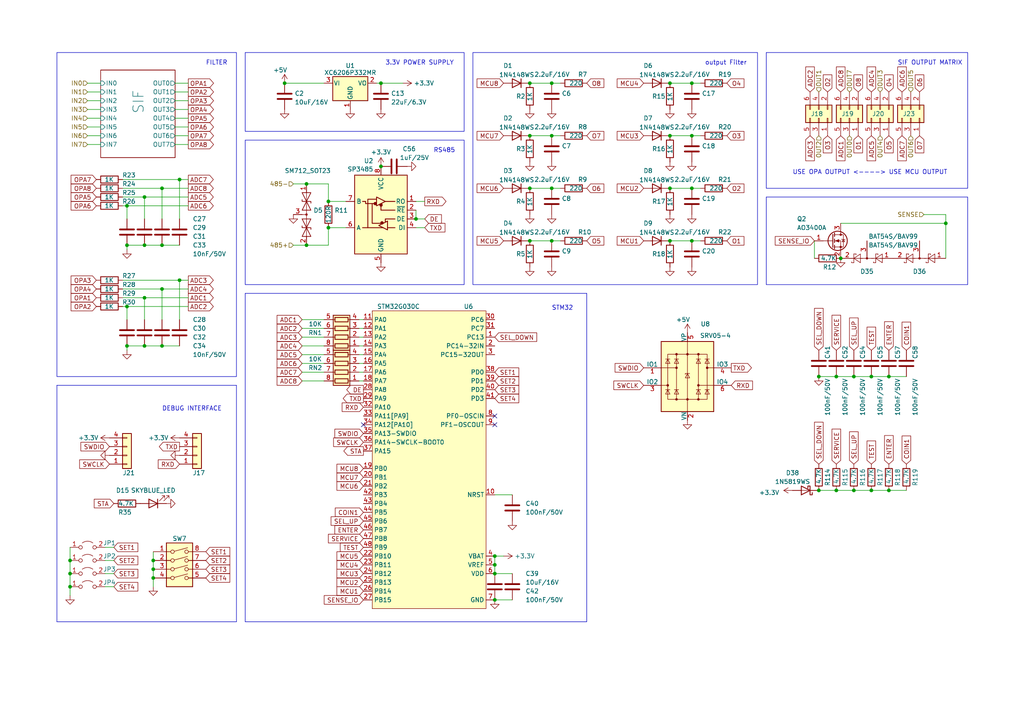
<source format=kicad_sch>
(kicad_sch (version 20230121) (generator eeschema)
  (paper "A4")
  (junction (at 36.83 100.33))
  (junction (at 44.45 165.1))
  (junction (at 252.73 142.24))
  (junction (at 20.32 166.37))
  (junction (at 41.91 71.12))
  (junction (at 194.31 24.13))
  (junction (at 160.02 54.61))
  (junction (at 41.91 57.15))
  (junction (at 143.51 166.37))
  (junction (at 41.91 86.36))
  (junction (at 242.57 109.22))
  (junction (at 88.9 71.12))
  (junction (at 194.31 69.85))
  (junction (at 52.07 81.28))
  (junction (at 200.66 24.13))
  (junction (at 252.73 109.22))
  (junction (at 110.49 24.13))
  (junction (at 36.83 71.12))
  (junction (at 143.51 163.83))
  (junction (at 153.67 39.37))
  (junction (at 110.49 48.26))
  (junction (at 257.81 109.22))
  (junction (at 20.32 170.18))
  (junction (at 200.66 54.61))
  (junction (at 160.02 39.37))
  (junction (at 44.45 167.64))
  (junction (at 153.67 69.85))
  (junction (at 194.31 54.61))
  (junction (at 160.02 24.13))
  (junction (at 46.99 54.61))
  (junction (at 88.9 53.34))
  (junction (at 95.25 66.04))
  (junction (at 237.49 109.22))
  (junction (at 143.51 161.29))
  (junction (at 52.07 52.07))
  (junction (at 46.99 83.82))
  (junction (at 95.25 58.42))
  (junction (at 274.32 64.77))
  (junction (at 257.81 142.24))
  (junction (at 41.91 100.33))
  (junction (at 153.67 24.13))
  (junction (at 44.45 162.56))
  (junction (at 82.55 24.13))
  (junction (at 46.99 100.33))
  (junction (at 46.99 71.12))
  (junction (at 194.31 39.37))
  (junction (at 247.65 109.22))
  (junction (at 200.66 69.85))
  (junction (at 36.83 59.69))
  (junction (at 237.49 142.24))
  (junction (at 242.57 142.24))
  (junction (at 243.84 74.93))
  (junction (at 20.32 162.56))
  (junction (at 160.02 69.85))
  (junction (at 143.51 173.99))
  (junction (at 247.65 142.24))
  (junction (at 200.66 39.37))
  (junction (at 36.83 88.9))
  (junction (at 120.65 63.5))
  (junction (at 153.67 54.61))
  (no_connect (at 143.51 120.65))
  (no_connect (at 105.41 123.19))
  (no_connect (at 143.51 123.19))
  (wire (pts (xy 87.63 110.49) (xy 93.98 110.49)))
  (wire (pts (xy 52.07 52.07) (xy 54.61 52.07)))
  (wire (pts (xy 95.25 66.04) (xy 100.33 66.04)))
  (wire (pts (xy 87.63 92.71) (xy 93.98 92.71)))
  (wire (pts (xy 20.32 162.56) (xy 20.32 166.37)))
  (wire (pts (xy 109.22 24.13) (xy 110.49 24.13)))
  (wire (pts (xy 123.19 66.04) (xy 120.65 66.04)))
  (wire (pts (xy 33.02 166.37) (xy 30.48 166.37)))
  (wire (pts (xy 87.63 97.79) (xy 93.98 97.79)))
  (wire (pts (xy 120.65 60.96) (xy 120.65 63.5)))
  (wire (pts (xy 160.02 54.61) (xy 162.56 54.61)))
  (wire (pts (xy 104.14 97.79) (xy 105.41 97.79)))
  (wire (pts (xy 237.49 109.22) (xy 242.57 109.22)))
  (wire (pts (xy 143.51 161.29) (xy 146.05 161.29)))
  (wire (pts (xy 35.56 83.82) (xy 46.99 83.82)))
  (wire (pts (xy 41.91 92.71) (xy 41.91 86.36)))
  (wire (pts (xy 50.8 39.37) (xy 54.61 39.37)))
  (wire (pts (xy 104.14 102.87) (xy 105.41 102.87)))
  (wire (pts (xy 36.83 71.12) (xy 41.91 71.12)))
  (wire (pts (xy 52.07 52.07) (xy 52.07 63.5)))
  (wire (pts (xy 153.67 39.37) (xy 160.02 39.37)))
  (wire (pts (xy 46.99 83.82) (xy 54.61 83.82)))
  (wire (pts (xy 52.07 81.28) (xy 54.61 81.28)))
  (wire (pts (xy 88.9 53.34) (xy 95.25 53.34)))
  (wire (pts (xy 50.8 36.83) (xy 54.61 36.83)))
  (wire (pts (xy 41.91 86.36) (xy 54.61 86.36)))
  (wire (pts (xy 87.63 107.95) (xy 93.98 107.95)))
  (wire (pts (xy 35.56 86.36) (xy 41.91 86.36)))
  (wire (pts (xy 153.67 69.85) (xy 160.02 69.85)))
  (wire (pts (xy 36.83 72.39) (xy 36.83 71.12)))
  (wire (pts (xy 25.4 41.91) (xy 29.21 41.91)))
  (wire (pts (xy 20.32 166.37) (xy 20.32 170.18)))
  (wire (pts (xy 36.83 100.33) (xy 41.91 100.33)))
  (wire (pts (xy 33.02 162.56) (xy 30.48 162.56)))
  (wire (pts (xy 35.56 54.61) (xy 46.99 54.61)))
  (wire (pts (xy 41.91 57.15) (xy 54.61 57.15)))
  (wire (pts (xy 82.55 24.13) (xy 93.98 24.13)))
  (polyline (pts (xy 68.58 180.34) (xy 68.58 111.76)))
  (polyline (pts (xy 16.51 111.76) (xy 68.58 111.76)))
  (wire (pts (xy 160.02 39.37) (xy 162.56 39.37)))
  (wire (pts (xy 25.4 39.37) (xy 29.21 39.37)))
  (wire (pts (xy 25.4 34.29) (xy 29.21 34.29)))
  (wire (pts (xy 87.63 105.41) (xy 93.98 105.41)))
  (wire (pts (xy 25.4 24.13) (xy 29.21 24.13)))
  (wire (pts (xy 95.25 58.42) (xy 100.33 58.42)))
  (wire (pts (xy 50.8 29.21) (xy 54.61 29.21)))
  (wire (pts (xy 41.91 71.12) (xy 46.99 71.12)))
  (wire (pts (xy 274.32 62.23) (xy 267.97 62.23)))
  (wire (pts (xy 257.81 142.24) (xy 262.89 142.24)))
  (wire (pts (xy 143.51 163.83) (xy 143.51 166.37)))
  (wire (pts (xy 50.8 41.91) (xy 54.61 41.91)))
  (wire (pts (xy 44.45 162.56) (xy 44.45 165.1)))
  (wire (pts (xy 46.99 71.12) (xy 52.07 71.12)))
  (polyline (pts (xy 71.12 85.09) (xy 71.12 180.34)))
  (wire (pts (xy 247.65 142.24) (xy 252.73 142.24)))
  (wire (pts (xy 50.8 26.67) (xy 54.61 26.67)))
  (polyline (pts (xy 170.18 85.09) (xy 71.12 85.09)))
  (wire (pts (xy 194.31 39.37) (xy 200.66 39.37)))
  (wire (pts (xy 87.63 95.25) (xy 93.98 95.25)))
  (wire (pts (xy 25.4 31.75) (xy 29.21 31.75)))
  (wire (pts (xy 50.8 24.13) (xy 54.61 24.13)))
  (wire (pts (xy 252.73 109.22) (xy 257.81 109.22)))
  (wire (pts (xy 242.57 142.24) (xy 247.65 142.24)))
  (wire (pts (xy 104.14 100.33) (xy 105.41 100.33)))
  (wire (pts (xy 36.83 59.69) (xy 54.61 59.69)))
  (polyline (pts (xy 71.12 180.34) (xy 170.18 180.34)))
  (wire (pts (xy 242.57 109.22) (xy 247.65 109.22)))
  (wire (pts (xy 104.14 105.41) (xy 105.41 105.41)))
  (wire (pts (xy 274.32 62.23) (xy 274.32 64.77)))
  (wire (pts (xy 110.49 24.13) (xy 116.84 24.13)))
  (wire (pts (xy 257.81 109.22) (xy 262.89 109.22)))
  (wire (pts (xy 148.59 143.51) (xy 143.51 143.51)))
  (wire (pts (xy 35.56 59.69) (xy 36.83 59.69)))
  (wire (pts (xy 44.45 160.02) (xy 44.45 162.56)))
  (wire (pts (xy 160.02 24.13) (xy 162.56 24.13)))
  (wire (pts (xy 274.32 74.93) (xy 274.32 64.77)))
  (polyline (pts (xy 170.18 180.34) (xy 170.18 85.09)))
  (wire (pts (xy 252.73 142.24) (xy 257.81 142.24)))
  (wire (pts (xy 200.66 54.61) (xy 203.2 54.61)))
  (wire (pts (xy 153.67 24.13) (xy 160.02 24.13)))
  (wire (pts (xy 44.45 167.64) (xy 44.45 170.18)))
  (wire (pts (xy 50.8 34.29) (xy 54.61 34.29)))
  (wire (pts (xy 20.32 170.18) (xy 20.32 172.72)))
  (wire (pts (xy 36.83 59.69) (xy 36.83 63.5)))
  (polyline (pts (xy 16.51 111.76) (xy 16.51 180.34)))
  (wire (pts (xy 143.51 166.37) (xy 148.59 166.37)))
  (wire (pts (xy 200.66 39.37) (xy 203.2 39.37)))
  (wire (pts (xy 104.14 110.49) (xy 105.41 110.49)))
  (wire (pts (xy 46.99 54.61) (xy 54.61 54.61)))
  (wire (pts (xy 25.4 26.67) (xy 29.21 26.67)))
  (wire (pts (xy 104.14 92.71) (xy 105.41 92.71)))
  (wire (pts (xy 33.02 170.18) (xy 30.48 170.18)))
  (wire (pts (xy 236.22 74.93) (xy 236.22 69.85)))
  (wire (pts (xy 46.99 54.61) (xy 46.99 63.5)))
  (wire (pts (xy 41.91 100.33) (xy 46.99 100.33)))
  (polyline (pts (xy 16.51 180.34) (xy 68.58 180.34)))
  (wire (pts (xy 194.31 24.13) (xy 200.66 24.13)))
  (wire (pts (xy 46.99 100.33) (xy 52.07 100.33)))
  (wire (pts (xy 143.51 161.29) (xy 143.51 163.83)))
  (wire (pts (xy 104.14 95.25) (xy 105.41 95.25)))
  (wire (pts (xy 46.99 83.82) (xy 46.99 92.71)))
  (wire (pts (xy 243.84 64.77) (xy 274.32 64.77)))
  (wire (pts (xy 160.02 69.85) (xy 162.56 69.85)))
  (wire (pts (xy 36.83 88.9) (xy 36.83 92.71)))
  (wire (pts (xy 25.4 36.83) (xy 29.21 36.83)))
  (wire (pts (xy 95.25 71.12) (xy 95.25 66.04)))
  (wire (pts (xy 200.66 24.13) (xy 203.2 24.13)))
  (wire (pts (xy 85.09 71.12) (xy 88.9 71.12)))
  (wire (pts (xy 95.25 53.34) (xy 95.25 58.42)))
  (wire (pts (xy 50.8 31.75) (xy 54.61 31.75)))
  (wire (pts (xy 20.32 158.75) (xy 20.32 162.56)))
  (wire (pts (xy 104.14 107.95) (xy 105.41 107.95)))
  (wire (pts (xy 194.31 54.61) (xy 200.66 54.61)))
  (wire (pts (xy 35.56 81.28) (xy 52.07 81.28)))
  (wire (pts (xy 194.31 69.85) (xy 200.66 69.85)))
  (wire (pts (xy 123.19 63.5) (xy 120.65 63.5)))
  (wire (pts (xy 85.09 53.34) (xy 88.9 53.34)))
  (wire (pts (xy 87.63 100.33) (xy 93.98 100.33)))
  (wire (pts (xy 123.19 58.42) (xy 120.65 58.42)))
  (wire (pts (xy 35.56 88.9) (xy 36.83 88.9)))
  (wire (pts (xy 143.51 173.99) (xy 148.59 173.99)))
  (wire (pts (xy 52.07 81.28) (xy 52.07 92.71)))
  (wire (pts (xy 36.83 101.6) (xy 36.83 100.33)))
  (wire (pts (xy 41.91 63.5) (xy 41.91 57.15)))
  (wire (pts (xy 35.56 57.15) (xy 41.91 57.15)))
  (wire (pts (xy 33.02 158.75) (xy 30.48 158.75)))
  (wire (pts (xy 87.63 102.87) (xy 93.98 102.87)))
  (wire (pts (xy 237.49 142.24) (xy 242.57 142.24)))
  (wire (pts (xy 247.65 109.22) (xy 252.73 109.22)))
  (wire (pts (xy 25.4 29.21) (xy 29.21 29.21)))
  (wire (pts (xy 200.66 69.85) (xy 203.2 69.85)))
  (wire (pts (xy 153.67 54.61) (xy 160.02 54.61)))
  (wire (pts (xy 44.45 165.1) (xy 44.45 167.64)))
  (wire (pts (xy 88.9 71.12) (xy 95.25 71.12)))
  (wire (pts (xy 35.56 52.07) (xy 52.07 52.07)))
  (wire (pts (xy 36.83 88.9) (xy 54.61 88.9)))
  (rectangle (start 137.16 15.24) (end 219.71 82.55))
  (rectangle (start 16.51 15.24) (end 68.58 109.22))
  (rectangle (start 222.25 57.15) (end 280.67 82.55))
  (rectangle (start 71.12 15.24) (end 134.62 38.1))
  (rectangle (start 222.25 15.24) (end 280.67 54.61))
  (rectangle (start 71.12 40.64) (end 134.62 82.55))
  (text "SIF OUTPUT MATRIX" (at 260.35 19.05 0) (effects (font (size 1.27 1.27)) (justify left bottom)))
  (text "DEBUG INTERFACE" (at 46.99 119.38 0) (effects (font (size 1.27 1.27)) (justify left bottom)))
  (text "STM32" (at 160.02 90.17 0) (effects (font (size 1.27 1.27)) (justify left bottom)))
  (text "3.3V POWER SUPPLY" (at 111.76 19.05 0) (effects (font (size 1.27 1.27)) (justify left bottom)))
  (text "RS485" (at 125.73 44.45 0) (effects (font (size 1.27 1.27)) (justify left bottom)))
  (text "output Filter" (at 204.47 19.05 0) (effects (font (size 1.27 1.27)) (justify left bottom)))
  (text "USE OPA OUTPUT <----> USE MCU OUTPUT" (at 229.87 50.8 0) (effects (font (size 1.27 1.27)) (justify left bottom)))
  (text "FILTER" (at 59.69 19.05 0) (effects (font (size 1.27 1.27)) (justify left bottom)))
  (global_label "ADC8" (shape input) (at 87.63 110.49 180) (property "Intersheetrefs" "${INTERSHEET_REFS}" (effects hide)))
  (global_label "OPA2" (shape output) (at 54.61 26.67 0) (property "Intersheetrefs" "${INTERSHEET_REFS}" (effects hide)))
  (global_label "ADC4" (shape input) (at 87.63 100.33 180) (property "Intersheetrefs" "${INTERSHEET_REFS}" (effects hide)))
  (global_label "RXD" (shape input) (at 212.09 111.76 0) (property "Intersheetrefs" "${INTERSHEET_REFS}" (effects hide)))
  (global_label "SEL_UP" (shape input) (at 247.65 101.6 90) (property "Intersheetrefs" "${INTERSHEET_REFS}" (effects hide)))
  (global_label "O3" (shape input) (at 240.03 39.37 270) (property "Intersheetrefs" "${INTERSHEET_REFS}" (effects hide)))
  (global_label "ADC8" (shape output) (at 54.61 54.61 0) (property "Intersheetrefs" "${INTERSHEET_REFS}" (effects hide)))
  (global_label "SWDIO" (shape input) (at 186.69 106.68 180) (property "Intersheetrefs" "${INTERSHEET_REFS}" (effects hide)))
  (global_label "O4" (shape input) (at 210.82 24.13 0) (property "Intersheetrefs" "${INTERSHEET_REFS}" (effects hide)))
  (global_label "MCU7" (shape input) (at 146.05 39.37 180) (property "Intersheetrefs" "${INTERSHEET_REFS}" (effects hide)))
  (global_label "MCU5" (shape input) (at 146.05 69.85 180) (property "Intersheetrefs" "${INTERSHEET_REFS}" (effects hide)))
  (global_label "O8" (shape input) (at 248.92 26.67 90) (property "Intersheetrefs" "${INTERSHEET_REFS}" (effects hide)))
  (global_label "MCU3" (shape input) (at 186.69 39.37 180) (property "Intersheetrefs" "${INTERSHEET_REFS}" (effects hide)))
  (global_label "ENTER" (shape input) (at 257.81 134.62 90) (property "Intersheetrefs" "${INTERSHEET_REFS}" (effects hide)))
  (global_label "DE" (shape output) (at 105.41 113.03 180) (property "Intersheetrefs" "${INTERSHEET_REFS}" (effects hide)))
  (global_label "RXD" (shape input) (at 105.41 118.11 180) (property "Intersheetrefs" "${INTERSHEET_REFS}" (effects hide)))
  (global_label "ADC5" (shape input) (at 87.63 102.87 180) (property "Intersheetrefs" "${INTERSHEET_REFS}" (effects hide)))
  (global_label "ADC1" (shape input) (at 87.63 92.71 180) (property "Intersheetrefs" "${INTERSHEET_REFS}" (effects hide)))
  (global_label "MCU7" (shape input) (at 105.41 138.43 180) (property "Intersheetrefs" "${INTERSHEET_REFS}" (effects hide)))
  (global_label "ADC2" (shape input) (at 87.63 95.25 180) (property "Intersheetrefs" "${INTERSHEET_REFS}" (effects hide)))
  (global_label "COIN1" (shape input) (at 105.41 148.59 180) (property "Intersheetrefs" "${INTERSHEET_REFS}" (effects hide)))
  (global_label "ADC1" (shape output) (at 54.61 86.36 0) (property "Intersheetrefs" "${INTERSHEET_REFS}" (effects hide)))
  (global_label "OPA4" (shape output) (at 54.61 31.75 0) (property "Intersheetrefs" "${INTERSHEET_REFS}" (effects hide)))
  (global_label "ADC8" (shape input) (at 243.84 26.67 90) (property "Intersheetrefs" "${INTERSHEET_REFS}" (effects hide)))
  (global_label "RXD" (shape output) (at 123.19 58.42 0) (property "Intersheetrefs" "${INTERSHEET_REFS}" (effects hide)))
  (global_label "MCU6" (shape input) (at 105.41 140.97 180) (property "Intersheetrefs" "${INTERSHEET_REFS}" (effects hide)))
  (global_label "MCU2" (shape input) (at 186.69 54.61 180) (property "Intersheetrefs" "${INTERSHEET_REFS}" (effects hide)))
  (global_label "SWCLK" (shape input) (at 105.41 128.27 180) (property "Intersheetrefs" "${INTERSHEET_REFS}" (effects hide)))
  (global_label "TXD" (shape input) (at 123.19 66.04 0) (property "Intersheetrefs" "${INTERSHEET_REFS}" (effects hide)))
  (global_label "ADC6" (shape output) (at 54.61 59.69 0) (property "Intersheetrefs" "${INTERSHEET_REFS}" (effects hide)))
  (global_label "SET4" (shape input) (at 143.51 115.57 0) (property "Intersheetrefs" "${INTERSHEET_REFS}" (effects hide)))
  (global_label "MCU8" (shape input) (at 146.05 24.13 180) (property "Intersheetrefs" "${INTERSHEET_REFS}" (effects hide)))
  (global_label "OPA3" (shape input) (at 27.94 81.28 180) (property "Intersheetrefs" "${INTERSHEET_REFS}" (effects hide)))
  (global_label "SET1" (shape input) (at 33.02 158.75 0) (property "Intersheetrefs" "${INTERSHEET_REFS}" (effects hide)))
  (global_label "SWCLK" (shape input) (at 31.75 134.62 180) (property "Intersheetrefs" "${INTERSHEET_REFS}" (effects hide)))
  (global_label "SET2" (shape input) (at 59.69 162.56 0) (property "Intersheetrefs" "${INTERSHEET_REFS}" (effects hide)))
  (global_label "OPA1" (shape output) (at 54.61 24.13 0) (property "Intersheetrefs" "${INTERSHEET_REFS}" (effects hide)))
  (global_label "TXD" (shape output) (at 212.09 106.68 0) (property "Intersheetrefs" "${INTERSHEET_REFS}" (effects hide)))
  (global_label "O8" (shape input) (at 170.18 24.13 0) (property "Intersheetrefs" "${INTERSHEET_REFS}" (effects hide)))
  (global_label "O2" (shape input) (at 240.03 26.67 90) (property "Intersheetrefs" "${INTERSHEET_REFS}" (effects hide)))
  (global_label "OPA7" (shape input) (at 27.94 52.07 180) (property "Intersheetrefs" "${INTERSHEET_REFS}" (effects hide)))
  (global_label "SET4" (shape input) (at 59.69 167.64 0) (property "Intersheetrefs" "${INTERSHEET_REFS}" (effects hide)))
  (global_label "TXD" (shape output) (at 52.07 129.54 180) (property "Intersheetrefs" "${INTERSHEET_REFS}" (effects hide)))
  (global_label "O7" (shape input) (at 170.18 39.37 0) (property "Intersheetrefs" "${INTERSHEET_REFS}" (effects hide)))
  (global_label "SWDIO" (shape input) (at 31.75 129.54 180) (property "Intersheetrefs" "${INTERSHEET_REFS}" (effects hide)))
  (global_label "MCU1" (shape input) (at 186.69 69.85 180) (property "Intersheetrefs" "${INTERSHEET_REFS}" (effects hide)))
  (global_label "OPA8" (shape input) (at 27.94 54.61 180) (property "Intersheetrefs" "${INTERSHEET_REFS}" (effects hide)))
  (global_label "SEL_DOWN" (shape input) (at 237.49 134.62 90) (property "Intersheetrefs" "${INTERSHEET_REFS}" (effects hide)))
  (global_label "O1" (shape input) (at 248.92 39.37 270) (property "Intersheetrefs" "${INTERSHEET_REFS}" (effects hide)))
  (global_label "SET4" (shape input) (at 33.02 170.18 0) (property "Intersheetrefs" "${INTERSHEET_REFS}" (effects hide)))
  (global_label "ADC5" (shape input) (at 252.73 39.37 270) (property "Intersheetrefs" "${INTERSHEET_REFS}" (effects hide)))
  (global_label "O6" (shape input) (at 266.7 26.67 90) (property "Intersheetrefs" "${INTERSHEET_REFS}" (effects hide)))
  (global_label "SET1" (shape input) (at 143.51 107.95 0) (property "Intersheetrefs" "${INTERSHEET_REFS}" (effects hide)))
  (global_label "SENSE_IO" (shape input) (at 236.22 69.85 180) (property "Intersheetrefs" "${INTERSHEET_REFS}" (effects hide)))
  (global_label "OPA3" (shape output) (at 54.61 29.21 0) (property "Intersheetrefs" "${INTERSHEET_REFS}" (effects hide)))
  (global_label "ADC4" (shape output) (at 54.61 83.82 0) (property "Intersheetrefs" "${INTERSHEET_REFS}" (effects hide)))
  (global_label "SERVICE" (shape input) (at 242.57 134.62 90) (property "Intersheetrefs" "${INTERSHEET_REFS}" (effects hide)))
  (global_label "SWDIO" (shape input) (at 105.41 125.73 180) (property "Intersheetrefs" "${INTERSHEET_REFS}" (effects hide)))
  (global_label "ADC7" (shape input) (at 261.62 39.37 270) (property "Intersheetrefs" "${INTERSHEET_REFS}" (effects hide)))
  (global_label "O5" (shape input) (at 257.81 39.37 270) (property "Intersheetrefs" "${INTERSHEET_REFS}" (effects hide)))
  (global_label "OPA6" (shape output) (at 54.61 36.83 0) (property "Intersheetrefs" "${INTERSHEET_REFS}" (effects hide)))
  (global_label "ADC7" (shape input) (at 87.63 107.95 180) (property "Intersheetrefs" "${INTERSHEET_REFS}" (effects hide)))
  (global_label "SET3" (shape input) (at 59.69 165.1 0) (property "Intersheetrefs" "${INTERSHEET_REFS}" (effects hide)))
  (global_label "TEST" (shape input) (at 105.41 158.75 180) (property "Intersheetrefs" "${INTERSHEET_REFS}" (effects hide)))
  (global_label "STA" (shape input) (at 33.02 146.05 180) (property "Intersheetrefs" "${INTERSHEET_REFS}" (effects hide)))
  (global_label "OPA8" (shape output) (at 54.61 41.91 0) (property "Intersheetrefs" "${INTERSHEET_REFS}" (effects hide)))
  (global_label "O5" (shape input) (at 170.18 69.85 0) (property "Intersheetrefs" "${INTERSHEET_REFS}" (effects hide)))
  (global_label "TXD" (shape output) (at 105.41 115.57 180) (property "Intersheetrefs" "${INTERSHEET_REFS}" (effects hide)))
  (global_label "MCU3" (shape input) (at 105.41 166.37 180) (property "Intersheetrefs" "${INTERSHEET_REFS}" (effects hide)))
  (global_label "ADC2" (shape output) (at 54.61 88.9 0) (property "Intersheetrefs" "${INTERSHEET_REFS}" (effects hide)))
  (global_label "ADC3" (shape input) (at 87.63 97.79 180) (property "Intersheetrefs" "${INTERSHEET_REFS}" (effects hide)))
  (global_label "SET2" (shape input) (at 33.02 162.56 0) (property "Intersheetrefs" "${INTERSHEET_REFS}" (effects hide)))
  (global_label "MCU6" (shape input) (at 146.05 54.61 180) (property "Intersheetrefs" "${INTERSHEET_REFS}" (effects hide)))
  (global_label "RXD" (shape input) (at 52.07 134.62 180) (property "Intersheetrefs" "${INTERSHEET_REFS}" (effects hide)))
  (global_label "OPA5" (shape output) (at 54.61 34.29 0) (property "Intersheetrefs" "${INTERSHEET_REFS}" (effects hide)))
  (global_label "DE" (shape input) (at 123.19 63.5 0) (property "Intersheetrefs" "${INTERSHEET_REFS}" (effects hide)))
  (global_label "O3" (shape input) (at 210.82 39.37 0) (property "Intersheetrefs" "${INTERSHEET_REFS}" (effects hide)))
  (global_label "O7" (shape input) (at 266.7 39.37 270) (property "Intersheetrefs" "${INTERSHEET_REFS}" (effects hide)))
  (global_label "COIN1" (shape input) (at 262.89 134.62 90) (property "Intersheetrefs" "${INTERSHEET_REFS}" (effects hide)))
  (global_label "MCU2" (shape input) (at 105.41 168.91 180) (property "Intersheetrefs" "${INTERSHEET_REFS}" (effects hide)))
  (global_label "OPA7" (shape output) (at 54.61 39.37 0) (property "Intersheetrefs" "${INTERSHEET_REFS}" (effects hide)))
  (global_label "O1" (shape input) (at 210.82 69.85 0) (property "Intersheetrefs" "${INTERSHEET_REFS}" (effects hide)))
  (global_label "ADC3" (shape input) (at 234.95 39.37 270) (property "Intersheetrefs" "${INTERSHEET_REFS}" (effects hide)))
  (global_label "OPA6" (shape input) (at 27.94 59.69 180) (property "Intersheetrefs" "${INTERSHEET_REFS}" (effects hide)))
  (global_label "ADC2" (shape input) (at 234.95 26.67 90) (property "Intersheetrefs" "${INTERSHEET_REFS}" (effects hide)))
  (global_label "OPA2" (shape input) (at 27.94 88.9 180) (property "Intersheetrefs" "${INTERSHEET_REFS}" (effects hide)))
  (global_label "MCU4" (shape input) (at 186.69 24.13 180) (property "Intersheetrefs" "${INTERSHEET_REFS}" (effects hide)))
  (global_label "MCU1" (shape input) (at 105.41 171.45 180) (property "Intersheetrefs" "${INTERSHEET_REFS}" (effects hide)))
  (global_label "SET3" (shape input) (at 143.51 113.03 0) (property "Intersheetrefs" "${INTERSHEET_REFS}" (effects hide)))
  (global_label "ADC3" (shape output) (at 54.61 81.28 0) (property "Intersheetrefs" "${INTERSHEET_REFS}" (effects hide)))
  (global_label "OPA4" (shape input) (at 27.94 83.82 180) (property "Intersheetrefs" "${INTERSHEET_REFS}" (effects hide)))
  (global_label "TEST" (shape input) (at 252.73 101.6 90) (property "Intersheetrefs" "${INTERSHEET_REFS}" (effects hide)))
  (global_label "TEST" (shape input) (at 252.73 134.62 90) (property "Intersheetrefs" "${INTERSHEET_REFS}" (effects hide)))
  (global_label "SENSE_IO" (shape input) (at 105.41 173.99 180) (property "Intersheetrefs" "${INTERSHEET_REFS}" (effects hide)))
  (global_label "ENTER" (shape input) (at 105.41 153.67 180) (property "Intersheetrefs" "${INTERSHEET_REFS}" (effects hide)))
  (global_label "O2" (shape input) (at 210.82 54.61 0) (property "Intersheetrefs" "${INTERSHEET_REFS}" (effects hide)))
  (global_label "SET2" (shape input) (at 143.51 110.49 0) (property "Intersheetrefs" "${INTERSHEET_REFS}" (effects hide)))
  (global_label "STA" (shape output) (at 105.41 130.81 180) (property "Intersheetrefs" "${INTERSHEET_REFS}" (effects hide)))
  (global_label "MCU8" (shape input) (at 105.41 135.89 180) (property "Intersheetrefs" "${INTERSHEET_REFS}" (effects hide)))
  (global_label "SEL_DOWN" (shape input) (at 143.51 97.79 0) (property "Intersheetrefs" "${INTERSHEET_REFS}" (effects hide)))
  (global_label "SERVICE" (shape input) (at 105.41 156.21 180) (property "Intersheetrefs" "${INTERSHEET_REFS}" (effects hide)))
  (global_label "O6" (shape input) (at 170.18 54.61 0) (property "Intersheetrefs" "${INTERSHEET_REFS}" (effects hide)))
  (global_label "ADC6" (shape input) (at 87.63 105.41 180) (property "Intersheetrefs" "${INTERSHEET_REFS}" (effects hide)))
  (global_label "SEL_UP" (shape input) (at 247.65 134.62 90) (property "Intersheetrefs" "${INTERSHEET_REFS}" (effects hide)))
  (global_label "ENTER" (shape input) (at 257.81 101.6 90) (property "Intersheetrefs" "${INTERSHEET_REFS}" (effects hide)))
  (global_label "MCU4" (shape input) (at 105.41 163.83 180) (property "Intersheetrefs" "${INTERSHEET_REFS}" (effects hide)))
  (global_label "SET1" (shape input) (at 59.69 160.02 0) (property "Intersheetrefs" "${INTERSHEET_REFS}" (effects hide)))
  (global_label "COIN1" (shape input) (at 262.89 101.6 90) (property "Intersheetrefs" "${INTERSHEET_REFS}" (effects hide)))
  (global_label "O4" (shape input) (at 257.81 26.67 90) (property "Intersheetrefs" "${INTERSHEET_REFS}" (effects hide)))
  (global_label "ADC6" (shape input) (at 261.62 26.67 90) (property "Intersheetrefs" "${INTERSHEET_REFS}" (effects hide)))
  (global_label "ADC5" (shape output) (at 54.61 57.15 0) (property "Intersheetrefs" "${INTERSHEET_REFS}" (effects hide)))
  (global_label "MCU5" (shape input) (at 105.41 161.29 180) (property "Intersheetrefs" "${INTERSHEET_REFS}" (effects hide)))
  (global_label "ADC1" (shape input) (at 243.84 39.37 270) (property "Intersheetrefs" "${INTERSHEET_REFS}" (effects hide)))
  (global_label "OPA5" (shape input) (at 27.94 57.15 180) (property "Intersheetrefs" "${INTERSHEET_REFS}" (effects hide)))
  (global_label "SWCLK" (shape input) (at 186.69 111.76 180) (property "Intersheetrefs" "${INTERSHEET_REFS}" (effects hide)))
  (global_label "OPA1" (shape input) (at 27.94 86.36 180) (property "Intersheetrefs" "${INTERSHEET_REFS}" (effects hide)))
  (global_label "ADC4" (shape input) (at 252.73 26.67 90) (property "Intersheetrefs" "${INTERSHEET_REFS}" (effects hide)))
  (global_label "ADC7" (shape output) (at 54.61 52.07 0) (property "Intersheetrefs" "${INTERSHEET_REFS}" (effects hide)))
  (global_label "SEL_DOWN" (shape input) (at 237.49 101.6 90) (property "Intersheetrefs" "${INTERSHEET_REFS}" (effects hide)))
  (global_label "SEL_UP" (shape input) (at 105.41 151.13 180) (property "Intersheetrefs" "${INTERSHEET_REFS}" (effects hide)))
  (global_label "SERVICE" (shape input) (at 242.57 101.6 90) (property "Intersheetrefs" "${INTERSHEET_REFS}" (effects hide)))
  (global_label "SET3" (shape input) (at 33.02 166.37 0) (property "Intersheetrefs" "${INTERSHEET_REFS}" (effects hide)))
  (hierarchical_label "IN3" (shape input) (at 25.4 31.75 180))
  (hierarchical_label "IN5" (shape input) (at 25.4 36.83 180))
  (hierarchical_label "IN4" (shape input) (at 25.4 34.29 180))
  (hierarchical_label "OUT3" (shape input) (at 255.27 26.67 90))
  (hierarchical_label "IN7" (shape input) (at 25.4 41.91 180))
  (hierarchical_label "OUT1" (shape input) (at 237.49 26.67 90))
  (hierarchical_label "IN0" (shape input) (at 25.4 24.13 180))
  (hierarchical_label "OUT2" (shape input) (at 237.49 39.37 270))
  (hierarchical_label "485+" (shape input) (at 85.09 71.12 180))
  (hierarchical_label "485-" (shape input) (at 85.09 53.34 180))
  (hierarchical_label "OUT4" (shape input) (at 255.27 39.37 270))
  (hierarchical_label "IN2" (shape input) (at 25.4 29.21 180))
  (hierarchical_label "IN6" (shape input) (at 25.4 39.37 180))
  (hierarchical_label "OUT7" (shape input) (at 246.38 26.67 90))
  (hierarchical_label "SENSE" (shape input) (at 267.97 62.23 180))
  (hierarchical_label "OUT0" (shape input) (at 246.38 39.37 270))
  (hierarchical_label "OUT6" (shape input) (at 264.16 39.37 270))
  (hierarchical_label "OUT5" (shape input) (at 264.16 26.67 90))
  (hierarchical_label "IN1" (shape input) (at 25.4 26.67 180))
  (symbol (lib_id "power:GND") (at 194.31 77.47 0) (unit 1)
    (property "Reference" "#PWR084" (effects hide))
    (property "Value" "GND" (effects hide))
    (instances (project "IO256" (path "" (reference "#PWR084") (unit 1))) (project "taiko_frontend" (path "" (reference "#PWR0124") (unit 1))) (project "new_io" (path "" (reference "#PWR0124") (unit 1))))
  )
  (symbol (lib_id "power:GND") (at 243.84 74.93 0) (unit 1)
    (property "Reference" "#PWR0173" (effects hide))
    (property "Value" "GND" (effects hide))
    (instances (project "IO256" (path "" (reference "#PWR0173") (unit 1))) (project "taiko_frontend" (path "" (reference "#PWR0128") (unit 1))) (project "new_io" (path "" (reference "#PWR0124") (unit 1))))
  )
  (symbol (lib_id "power:GND") (at 160.02 31.75 0) (unit 1)
    (property "Reference" "#PWR064" (effects hide))
    (property "Value" "GND" (effects hide))
    (instances (project "IO256" (path "" (reference "#PWR064") (unit 1))) (project "taiko_frontend" (path "" (reference "#PWR0114") (unit 1))) (project "new_io" (path "" (reference "#PWR0124") (unit 1))))
  )
  (symbol (lib_id "Device:R") (at 207.01 39.37 270) (unit 1)
    (property "Reference" "R20" (at 208.28 36.83 90) (effects (justify left)))
    (property "Value" "220" (at 205.74 39.37 90) (effects (justify left)))
    (property "Footprint" "Resistor_SMD:R_0603_1608Metric" (effects hide))
    (instances (project "IO256" (path "" (reference "R20") (unit 1))) (project "taiko_frontend" (path "" (reference "R105") (unit 1))) (project "new_io" (path "" (reference "R29") (unit 1))))
  )
  (symbol (lib_id "power:GND") (at 194.31 31.75 0) (unit 1)
    (property "Reference" "#PWR081" (effects hide))
    (property "Value" "GND" (effects hide))
    (instances (project "IO256" (path "" (reference "#PWR081") (unit 1))) (project "taiko_frontend" (path "" (reference "#PWR0121") (unit 1))) (project "new_io" (path "" (reference "#PWR0124") (unit 1))))
  )
  (symbol (lib_id "Device:R") (at 153.67 27.94 180) (unit 1)
    (property "Reference" "R2" (at 152.4 27.94 0) (effects (justify left)))
    (property "Value" "1K" (at 153.67 26.67 90) (effects (justify left)))
    (property "Footprint" "Resistor_SMD:R_0603_1608Metric" (effects hide))
    (instances (project "IO256" (path "" (reference "R2") (unit 1))) (project "taiko_frontend" (path "" (reference "R91") (unit 1))) (project "new_io" (path "" (reference "R29") (unit 1))))
  )
  (symbol (lib_id "Device:C") (at 160.02 73.66 180) (unit 1)
    (property "Reference" "C9" (at 162.941 72.8253 0) (effects (justify right)))
    (property "Value" "2.2uF/16V" (at 154.94 67.31 0) (effects (justify right)))
    (property "Footprint" "Capacitor_SMD:C_0603_1608Metric" (effects hide))
    (instances (project "IO256" (path "" (reference "C9") (unit 1))) (project "taiko_frontend" (path "" (reference "C49") (unit 1))) (project "new_io" (path "" (reference "C5") (unit 1))))
  )
  (symbol (lib_id "Device:R") (at 153.67 43.18 180) (unit 1)
    (property "Reference" "R3" (at 152.4 43.18 0) (effects (justify left)))
    (property "Value" "1K" (at 153.67 41.91 90) (effects (justify left)))
    (property "Footprint" "Resistor_SMD:R_0603_1608Metric" (effects hide))
    (instances (project "IO256" (path "" (reference "R3") (unit 1))) (project "taiko_frontend" (path "" (reference "R92") (unit 1))) (project "new_io" (path "" (reference "R29") (unit 1))))
  )
  (symbol (lib_id "Device:R") (at 242.57 138.43 180) (unit 1)
    (property "Reference" "R115" (at 245.11 135.89 90) (effects (justify left)))
    (property "Value" "4.7K" (at 242.57 135.89 90) (effects (justify left)))
    (property "Footprint" "Resistor_SMD:R_0402_1005Metric" (effects hide))
    (instances (project "IO256" (path "" (reference "R115") (unit 1))) (project "taiko_frontend" (path "" (reference "R109") (unit 1))) (project "new_io" (path "" (reference "R29") (unit 1))))
  )
  (symbol (lib_id "Device:R") (at 207.01 24.13 270) (unit 1)
    (property "Reference" "R19" (at 208.28 21.59 90) (effects (justify left)))
    (property "Value" "220" (at 205.74 24.13 90) (effects (justify left)))
    (property "Footprint" "Resistor_SMD:R_0603_1608Metric" (effects hide))
    (instances (project "IO256" (path "" (reference "R19") (unit 1))) (project "taiko_frontend" (path "" (reference "R103") (unit 1))) (project "new_io" (path "" (reference "R29") (unit 1))))
  )
  (symbol (lib_id "Device:R") (at 153.67 73.66 180) (unit 1)
    (property "Reference" "R5" (at 152.4 73.66 0) (effects (justify left)))
    (property "Value" "1K" (at 153.67 72.39 90) (effects (justify left)))
    (property "Footprint" "Resistor_SMD:R_0603_1608Metric" (effects hide))
    (instances (project "IO256" (path "" (reference "R5") (unit 1))) (project "taiko_frontend" (path "" (reference "R94") (unit 1))) (project "new_io" (path "" (reference "R29") (unit 1))))
  )
  (symbol (lib_id "Device:R") (at 194.31 73.66 180) (unit 1)
    (property "Reference" "R18" (at 193.04 73.66 0) (effects (justify left)))
    (property "Value" "1K" (at 194.31 72.39 90) (effects (justify left)))
    (property "Footprint" "Resistor_SMD:R_0603_1608Metric" (effects hide))
    (instances (project "IO256" (path "" (reference "R18") (unit 1))) (project "taiko_frontend" (path "" (reference "R98") (unit 1))) (project "new_io" (path "" (reference "R29") (unit 1))))
  )
  (symbol (lib_id "Device:R") (at 194.31 43.18 180) (unit 1)
    (property "Reference" "R16" (at 193.04 43.18 0) (effects (justify left)))
    (property "Value" "1K" (at 194.31 41.91 90) (effects (justify left)))
    (property "Footprint" "Resistor_SMD:R_0603_1608Metric" (effects hide))
    (instances (project "IO256" (path "" (reference "R16") (unit 1))) (project "taiko_frontend" (path "" (reference "R96") (unit 1))) (project "new_io" (path "" (reference "R29") (unit 1))))
  )
  (symbol (lib_id "Connector_Generic:Conn_02x03_Odd_Even") (at 264.16 34.29 270) (mirror x) (unit 1)
    (property "Reference" "J23" (at 265.43 33.02 90) (effects (justify right)))
    (property "Value" "Conn_02x03_Odd_Even" (effects hide))
    (property "Footprint" "Connector_PinHeader_2.54mm:PinHeader_2x03_P2.54mm_Vertical" (effects hide))
  )
  (symbol (lib_id "power:GND") (at 48.26 146.05 90) (unit 1)
    (property "Reference" "#PWR0120" (effects hide))
    (property "Value" "GND" (effects hide))
    (instances (project "IO256" (path "" (reference "#PWR0120") (unit 1))) (project "taiko_frontend" (path "" (reference "#PWR0144") (unit 1))) (project "new_io" (path "" (reference "#PWR084") (unit 1))))
  )
  (symbol (lib_id "Device:C") (at 110.49 27.94 0) (unit 1)
    (property "Reference" "C13" (at 113.411 27.1053 0) (effects (justify left)))
    (property "Value" "22uF/6.3V" (at 113.411 29.6422 0) (effects (justify left)))
    (property "Footprint" "Capacitor_SMD:C_0603_1608Metric" (effects hide))
    (instances (project "IO256" (path "" (reference "C13") (unit 1))) (project "taiko_frontend" (path "" (reference "C36") (unit 1))) (project "new_io" (path "" (reference "C34") (unit 1))))
  )
  (symbol (lib_id "Device:R") (at 166.37 39.37 270) (unit 1)
    (property "Reference" "R8" (at 167.64 36.83 90) (effects (justify left)))
    (property "Value" "220" (at 165.1 39.37 90) (effects (justify left)))
    (property "Footprint" "Resistor_SMD:R_0603_1608Metric" (effects hide))
    (instances (project "IO256" (path "" (reference "R8") (unit 1))) (project "taiko_frontend" (path "" (reference "R104") (unit 1))) (project "new_io" (path "" (reference "R29") (unit 1))))
  )
  (symbol (lib_id "Device:R") (at 257.81 138.43 180) (unit 1)
    (property "Reference" "R118" (at 260.35 135.89 90) (effects (justify left)))
    (property "Value" "4.7K" (at 257.81 135.89 90) (effects (justify left)))
    (property "Footprint" "Resistor_SMD:R_0402_1005Metric" (effects hide))
    (instances (project "IO256" (path "" (reference "R118") (unit 1))) (project "taiko_frontend" (path "" (reference "R109") (unit 1))) (project "new_io" (path "" (reference "R29") (unit 1))))
  )
  (symbol (lib_id "Device:R") (at 194.31 27.94 180) (unit 1)
    (property "Reference" "R15" (at 193.04 27.94 0) (effects (justify left)))
    (property "Value" "1K" (at 194.31 26.67 90) (effects (justify left)))
    (property "Footprint" "Resistor_SMD:R_0603_1608Metric" (effects hide))
    (instances (project "IO256" (path "" (reference "R15") (unit 1))) (project "taiko_frontend" (path "" (reference "R95") (unit 1))) (project "new_io" (path "" (reference "R29") (unit 1))))
  )
  (symbol (lib_id "power:GND") (at 143.51 173.99 0) (unit 1)
    (property "Reference" "#PWR0133" (effects hide))
    (property "Value" "GND" (effects hide))
    (instances (project "IO256" (path "" (reference "#PWR0133") (unit 1))) (project "taiko_frontend" (path "" (reference "#PWR0110") (unit 1))) (project "new_io" (path "" (reference "#PWR079") (unit 1))))
  )
  (symbol (lib_id "Jumper:Jumper_2_Open") (at 25.4 162.56 0) (unit 1) (in_bom no)
    (property "Reference" "JP2" (at 31.75 161.29 0))
    (property "Value" "Jumper_2_Open" (effects hide))
    (property "Footprint" "NewLib:JP_0603" (effects hide))
  )
  (symbol (lib_id "Diode:BAT54S") (at 251.46 74.93 180) (unit 1)
    (property "Reference" "D35" (at 251.46 78.74 0))
    (property "Value" "BAT54S/BAV99" (at 259.08 68.58 0))
    (property "Footprint" "Package_TO_SOT_SMD:SOT-23" (effects hide))
    (property "Datasheet" "https://www.diodes.com/assets/Datasheets/ds11005.pdf" (effects hide))
    (instances (project "IO256" (path "" (reference "D35") (unit 1)) (path "" (reference "D10") (unit 1))) (project "taiko_frontend" (path "" (reference "D1") (unit 1))) (project "new_io" (path "" (reference "D1") (unit 1))))
  )
  (symbol (lib_id "power:GND") (at 153.67 31.75 0) (unit 1)
    (property "Reference" "#PWR059" (effects hide))
    (property "Value" "GND" (effects hide))
    (instances (project "IO256" (path "" (reference "#PWR059") (unit 1))) (project "taiko_frontend" (path "" (reference "#PWR0113") (unit 1))) (project "new_io" (path "" (reference "#PWR0124") (unit 1))))
  )
  (symbol (lib_id "Device:C") (at 52.07 67.31 0) (unit 1)
    (property "Reference" "C33" (at 55.88 71.1169 0) (effects (justify left)))
    (property "Value" "10nF/50V" (at 55.88 73.6569 0) (effects (justify left)))
    (property "Footprint" "Capacitor_SMD:C_0603_1608Metric" (effects hide))
    (instances (project "IO256" (path "" (reference "C33") (unit 1))) (project "taiko_frontend" (path "" (reference "C39") (unit 1))) (project "new_io" (path "" (reference "C31") (unit 1))))
  )
  (symbol (lib_id "Device:R") (at 31.75 54.61 90) (unit 1)
    (property "Reference" "R24" (at 39.37 53.34 90) (effects (justify left)))
    (property "Value" "1K" (at 33.02 54.61 90) (effects (justify left)))
    (property "Footprint" "Resistor_SMD:R_0603_1608Metric" (effects hide))
    (instances (project "IO256" (path "" (reference "R24") (unit 1))) (project "taiko_frontend" (path "" (reference "R84") (unit 1))) (project "new_io" (path "" (reference "R89") (unit 1)) (path "" (reference "R91") (unit 1))))
  )
  (symbol (lib_id "Diode:1N4148WS") (at 149.86 39.37 180) (unit 1)
    (property "Reference" "D2" (at 147.32 34.29 0))
    (property "Value" "1N4148WS" (at 149.86 36.9371 0))
    (property "Footprint" "Diode_SMD:D_SOD-323_HandSoldering" (effects hide))
    (property "Datasheet" "https://www.vishay.com/docs/85751/1n4148ws.pdf" (effects hide))
    (instances (project "IO256" (path "" (reference "D2") (unit 1))) (project "taiko_frontend" (path "" (reference "D28") (unit 1))) (project "new_io" (path "" (reference "D5") (unit 1))))
  )
  (symbol (lib_id "Device:R") (at 166.37 54.61 270) (unit 1)
    (property "Reference" "R9" (at 167.64 52.07 90) (effects (justify left)))
    (property "Value" "220" (at 165.1 54.61 90) (effects (justify left)))
    (property "Footprint" "Resistor_SMD:R_0603_1608Metric" (effects hide))
    (instances (project "IO256" (path "" (reference "R9") (unit 1))) (project "taiko_frontend" (path "" (reference "R106") (unit 1))) (project "new_io" (path "" (reference "R29") (unit 1))))
  )
  (symbol (lib_id "Jumper:Jumper_2_Open") (at 25.4 158.75 0) (unit 1) (in_bom no)
    (property "Reference" "JP1" (at 31.75 157.48 0))
    (property "Value" "Jumper_2_Open" (effects hide))
    (property "Footprint" "NewLib:JP_0603" (effects hide))
  )
  (symbol (lib_id "power:GND") (at 44.45 170.18 0) (unit 1)
    (property "Reference" "#PWR0156" (effects hide))
    (property "Value" "GND" (effects hide))
    (instances (project "IO256" (path "" (reference "#PWR0156") (unit 1))) (project "taiko_frontend" (path "" (reference "#PWR098") (unit 1))) (project "new_io" (path "" (reference "#PWR080") (unit 1))))
  )
  (symbol (lib_id "power:GND") (at 200.66 46.99 0) (unit 1)
    (property "Reference" "#PWR088" (effects hide))
    (property "Value" "GND" (effects hide))
    (instances (project "IO256" (path "" (reference "#PWR088") (unit 1))) (project "taiko_frontend" (path "" (reference "#PWR0126") (unit 1))) (project "new_io" (path "" (reference "#PWR0124") (unit 1))))
  )
  (symbol (lib_id "Device:C") (at 41.91 96.52 0) (unit 1)
    (property "Reference" "C30" (at 55.88 95.2469 0) (effects (justify left)))
    (property "Value" "10nF/50V" (effects hide))
    (property "Footprint" "Capacitor_SMD:C_0603_1608Metric" (effects hide))
    (instances (project "IO256" (path "" (reference "C30") (unit 1))) (project "taiko_frontend" (path "" (reference "C35") (unit 1))) (project "new_io" (path "" (reference "C28") (unit 1))))
  )
  (symbol (lib_id "Device:C") (at 237.49 105.41 0) (unit 1)
    (property "Reference" "C41" (at 240.03 104.14 90) (effects (justify left)))
    (property "Value" "100nF/50V" (at 240.03 120.65 90) (effects (justify left)))
    (property "Footprint" "Capacitor_SMD:C_0402_1005Metric" (effects hide))
    (instances (project "IO256" (path "" (reference "C41") (unit 1))) (project "taiko_frontend" (path "" (reference "C45") (unit 1))) (project "new_io" (path "" (reference "C37") (unit 1))))
  )
  (symbol (lib_id "Device:C") (at 200.66 73.66 180) (unit 1)
    (property "Reference" "C20" (at 203.581 72.8253 0) (effects (justify right)))
    (property "Value" "2.2uF/16V" (at 195.58 67.31 0) (effects (justify right)))
    (property "Footprint" "Capacitor_SMD:C_0603_1608Metric" (effects hide))
    (instances (project "IO256" (path "" (reference "C20") (unit 1))) (project "taiko_frontend" (path "" (reference "C53") (unit 1))) (project "new_io" (path "" (reference "C5") (unit 1))))
  )
  (symbol (lib_id "Jumper:Jumper_2_Open") (at 25.4 166.37 0) (unit 1) (in_bom no)
    (property "Reference" "JP3" (at 31.75 165.1 0))
    (property "Value" "Jumper_2_Open" (effects hide))
    (property "Footprint" "NewLib:JP_0603" (effects hide))
  )
  (symbol (lib_id "Device:R") (at 95.25 62.23 0) (unit 1)
    (property "Reference" "R11" (at 97.028 61.0179 0) (effects (justify left)))
    (property "Value" "120R" (at 95.25 64.77 90) (effects (justify left)))
    (property "Footprint" "Resistor_SMD:R_0805_2012Metric" (effects hide))
  )
  (symbol (lib_id "power:GND") (at 200.66 62.23 0) (unit 1)
    (property "Reference" "#PWR089" (effects hide))
    (property "Value" "GND" (effects hide))
    (instances (project "IO256" (path "" (reference "#PWR089") (unit 1))) (project "taiko_frontend" (path "" (reference "#PWR0127") (unit 1))) (project "new_io" (path "" (reference "#PWR0124") (unit 1))))
  )
  (symbol (lib_id "power:GND") (at 36.83 72.39 0) (unit 1)
    (property "Reference" "#PWR0112" (effects hide))
    (property "Value" "GND" (effects hide))
    (instances (project "IO256" (path "" (reference "#PWR0112") (unit 1))) (project "taiko_frontend" (path "" (reference "#PWR0104") (unit 1))) (project "new_io" (path "" (reference "#PWR072") (unit 1))))
  )
  (symbol (lib_id "Transistor_FET:AO3400A") (at 241.3 69.85 0) (unit 1)
    (property "Reference" "Q2" (at 231.14 63.5 0) (effects (justify left)))
    (property "Value" "AO3400A" (at 231.14 66.04 0) (effects (justify left)))
    (property "Footprint" "Package_TO_SOT_SMD:SOT-23" (effects hide))
    (property "Datasheet" "http://www.aosmd.com/pdfs/datasheet/AO3400A.pdf" (effects hide))
  )
  (symbol (lib_id "Connector_Generic:Conn_01x04") (at 57.15 132.08 0) (mirror x) (unit 1)
    (property "Reference" "J17" (at 55.88 137.16 0) (effects (justify left)))
    (property "Value" "Conn_01x04" (effects hide))
    (property "Footprint" "Connector_PinHeader_2.54mm:PinHeader_1x04_P2.54mm_Horizontal" (effects hide))
  )
  (symbol (lib_id "Device:C") (at 160.02 27.94 180) (unit 1)
    (property "Reference" "C6" (at 162.941 27.1053 0) (effects (justify right)))
    (property "Value" "2.2uF/16V" (at 154.94 21.59 0) (effects (justify right)))
    (property "Footprint" "Capacitor_SMD:C_0603_1608Metric" (effects hide))
    (instances (project "IO256" (path "" (reference "C6") (unit 1))) (project "taiko_frontend" (path "" (reference "C46") (unit 1))) (project "new_io" (path "" (reference "C5") (unit 1))))
  )
  (symbol (lib_id "Device:R") (at 207.01 54.61 270) (unit 1)
    (property "Reference" "R21" (at 208.28 52.07 90) (effects (justify left)))
    (property "Value" "220" (at 205.74 54.61 90) (effects (justify left)))
    (property "Footprint" "Resistor_SMD:R_0603_1608Metric" (effects hide))
    (instances (project "IO256" (path "" (reference "R21") (unit 1))) (project "taiko_frontend" (path "" (reference "R107") (unit 1))) (project "new_io" (path "" (reference "R29") (unit 1))))
  )
  (symbol (lib_id "Device:C") (at 52.07 96.52 0) (unit 1)
    (property "Reference" "C34" (at 55.88 100.3269 0) (effects (justify left)))
    (property "Value" "10nF/50V" (at 55.88 102.8669 0) (effects (justify left)))
    (property "Footprint" "Capacitor_SMD:C_0603_1608Metric" (effects hide))
    (instances (project "IO256" (path "" (reference "C34") (unit 1))) (project "taiko_frontend" (path "" (reference "C40") (unit 1))) (project "new_io" (path "" (reference "C32") (unit 1))))
  )
  (symbol (lib_id "power:+5V") (at 199.39 96.52 0) (unit 1)
    (property "Reference" "#PWR0177" (effects hide))
    (property "Value" "+5V" (at 198.12 92.71 0))
    (instances (project "IO256" (path "" (reference "#PWR0177") (unit 1))) (project "taiko_frontend" (path "" (reference "#PWR099") (unit 1))) (project "new_io" (path "" (reference "#PWR074") (unit 1))))
  )
  (symbol (lib_id "power:GND") (at 148.59 151.13 0) (unit 1)
    (property "Reference" "#PWR0139" (effects hide))
    (property "Value" "GND" (effects hide))
    (instances (project "IO256" (path "" (reference "#PWR0139") (unit 1))) (project "taiko_frontend" (path "" (reference "#PWR0111") (unit 1))) (project "new_io" (path "" (reference "#PWR084") (unit 1))))
  )
  (symbol (lib_id "power:GND") (at 200.66 77.47 0) (unit 1)
    (property "Reference" "#PWR090" (effects hide))
    (property "Value" "GND" (effects hide))
    (instances (project "IO256" (path "" (reference "#PWR090") (unit 1))) (project "taiko_frontend" (path "" (reference "#PWR0128") (unit 1))) (project "new_io" (path "" (reference "#PWR0124") (unit 1))))
  )
  (symbol (lib_id "power:GND") (at 194.31 46.99 0) (unit 1)
    (property "Reference" "#PWR082" (effects hide))
    (property "Value" "GND" (effects hide))
    (instances (project "IO256" (path "" (reference "#PWR082") (unit 1))) (project "taiko_frontend" (path "" (reference "#PWR0122") (unit 1))) (project "new_io" (path "" (reference "#PWR0124") (unit 1))))
  )
  (symbol (lib_id "power:+3.3V") (at 52.07 127 90) (unit 1)
    (property "Reference" "#PWR063" (effects hide))
    (property "Value" "+3.3V" (at 48.895 127 90) (effects (justify left)))
    (instances (project "IO256" (path "" (reference "#PWR063") (unit 1))) (project "taiko_frontend" (path "" (reference "#PWR0133") (unit 1))))
  )
  (symbol (lib_id "power:GND") (at 101.6 31.75 0) (unit 1)
    (property "Reference" "#PWR070" (effects hide))
    (property "Value" "GND" (effects hide))
    (instances (project "IO256" (path "" (reference "#PWR070") (unit 1))) (project "taiko_frontend" (path "" (reference "#PWR0103") (unit 1))) (project "new_io" (path "" (reference "#PWR077") (unit 1))))
  )
  (symbol (lib_id "Device:C") (at 257.81 105.41 0) (unit 1)
    (property "Reference" "C57" (at 260.35 104.14 90) (effects (justify left)))
    (property "Value" "100nF/50V" (at 260.35 120.65 90) (effects (justify left)))
    (property "Footprint" "Capacitor_SMD:C_0402_1005Metric" (effects hide))
    (instances (project "IO256" (path "" (reference "C57") (unit 1))) (project "taiko_frontend" (path "" (reference "C45") (unit 1))) (project "new_io" (path "" (reference "C37") (unit 1))))
  )
  (symbol (lib_id "Device:C") (at 200.66 43.18 180) (unit 1)
    (property "Reference" "C18" (at 203.581 42.3453 0) (effects (justify right)))
    (property "Value" "2.2uF/16V" (at 195.58 36.83 0) (effects (justify right)))
    (property "Footprint" "Capacitor_SMD:C_0603_1608Metric" (effects hide))
    (instances (project "IO256" (path "" (reference "C18") (unit 1))) (project "taiko_frontend" (path "" (reference "C51") (unit 1))) (project "new_io" (path "" (reference "C5") (unit 1))))
  )
  (symbol (lib_id "Device:C") (at 160.02 58.42 180) (unit 1)
    (property "Reference" "C8" (at 162.941 57.5853 0) (effects (justify right)))
    (property "Value" "2.2uF/16V" (at 154.94 52.07 0) (effects (justify right)))
    (property "Footprint" "Capacitor_SMD:C_0603_1608Metric" (effects hide))
    (instances (project "IO256" (path "" (reference "C8") (unit 1))) (project "taiko_frontend" (path "" (reference "C48") (unit 1))) (project "new_io" (path "" (reference "C5") (unit 1))))
  )
  (symbol (lib_id "Regulator_Linear:XC6206PxxxMR") (at 101.6 24.13 0) (unit 1)
    (property "Reference" "U1" (at 101.6 19.05 0))
    (property "Value" "XC6206P332MR" (at 101.6 21.0621 0))
    (property "Footprint" "Package_TO_SOT_SMD:SOT-23" (effects hide))
    (property "Datasheet" "https://www.torexsemi.com/file/xc6206/XC6206.pdf" (effects hide))
    (instances (project "IO256" (path "" (reference "U1") (unit 1))) (project "taiko_frontend" (path "" (reference "U6") (unit 1))) (project "new_io" (path "" (reference "U6") (unit 1))))
  )
  (symbol (lib_id "power:GND") (at 52.07 132.08 270) (unit 1)
    (property "Reference" "#PWR071" (effects hide))
    (property "Value" "GND" (effects hide))
    (instances (project "IO256" (path "" (reference "#PWR071") (unit 1))) (project "taiko_frontend" (path "" (reference "#PWR0102") (unit 1))) (project "new_io" (path "" (reference "#PWR081") (unit 1))))
  )
  (symbol (lib_id "Device:R_Pack04") (at 99.06 95.25 90) (unit 1)
    (property "Reference" "RN1" (at 91.44 96.52 90))
    (property "Value" "10K" (at 91.44 93.98 90))
    (property "Footprint" "Resistor_SMD:R_Array_Convex_4x0603" (effects hide))
  )
  (symbol (lib_id "Connector_Generic:Conn_02x03_Odd_Even") (at 246.38 34.29 270) (mirror x) (unit 1)
    (property "Reference" "J19" (at 247.65 33.02 90) (effects (justify right)))
    (property "Value" "Conn_02x03_Odd_Even" (effects hide))
    (property "Footprint" "Connector_PinHeader_2.54mm:PinHeader_2x03_P2.54mm_Vertical" (effects hide))
  )
  (symbol (lib_id "Diode:BAT54S") (at 266.7 74.93 180) (unit 1)
    (property "Reference" "D36" (at 266.7 78.74 0))
    (property "Value" "BAT54S/BAV99" (at 259.08 71.12 0))
    (property "Footprint" "Package_TO_SOT_SMD:SOT-23" (effects hide))
    (property "Datasheet" "https://www.diodes.com/assets/Datasheets/ds11005.pdf" (effects hide))
    (instances (project "IO256" (path "" (reference "D36") (unit 1)) (path "" (reference "D10") (unit 1))) (project "taiko_frontend" (path "" (reference "D1") (unit 1))) (project "new_io" (path "" (reference "D1") (unit 1))))
  )
  (symbol (lib_id "Diode:1N4148WS") (at 190.5 24.13 180) (unit 1)
    (property "Reference" "D6" (at 187.96 19.05 0))
    (property "Value" "1N4148WS" (at 190.5 21.6971 0))
    (property "Footprint" "Diode_SMD:D_SOD-323_HandSoldering" (effects hide))
    (property "Datasheet" "https://www.vishay.com/docs/85751/1n4148ws.pdf" (effects hide))
    (instances (project "IO256" (path "" (reference "D6") (unit 1))) (project "taiko_frontend" (path "" (reference "D31") (unit 1))) (project "new_io" (path "" (reference "D5") (unit 1))))
  )
  (symbol (lib_id "Device:C") (at 82.55 27.94 0) (unit 1)
    (property "Reference" "C2" (at 85.471 27.1053 0) (effects (justify left)))
    (property "Value" "10uF/16V" (at 85.471 29.6422 0) (effects (justify left)))
    (property "Footprint" "Capacitor_SMD:C_0603_1608Metric" (effects hide))
    (instances (project "IO256" (path "" (reference "C2") (unit 1))) (project "taiko_frontend" (path "" (reference "C31") (unit 1))) (project "new_io" (path "" (reference "C33") (unit 1))))
  )
  (symbol (lib_id "Device:R") (at 31.75 88.9 90) (unit 1)
    (property "Reference" "R30" (at 39.37 87.63 90) (effects (justify left)))
    (property "Value" "1K" (at 33.02 88.9 90) (effects (justify left)))
    (property "Footprint" "Resistor_SMD:R_0603_1608Metric" (effects hide))
    (instances (project "IO256" (path "" (reference "R30") (unit 1))) (project "taiko_frontend" (path "" (reference "R90") (unit 1))) (project "new_io" (path "" (reference "R89") (unit 1)) (path "" (reference "R97") (unit 1))))
  )
  (symbol (lib_id "Diode:1N4148WS") (at 149.86 24.13 180) (unit 1)
    (property "Reference" "D1" (at 147.32 19.05 0))
    (property "Value" "1N4148WS" (at 149.86 21.6971 0))
    (property "Footprint" "Diode_SMD:D_SOD-323_HandSoldering" (effects hide))
    (property "Datasheet" "https://www.vishay.com/docs/85751/1n4148ws.pdf" (effects hide))
    (instances (project "IO256" (path "" (reference "D1") (unit 1))) (project "taiko_frontend" (path "" (reference "D27") (unit 1))) (project "new_io" (path "" (reference "D5") (unit 1))))
  )
  (symbol (lib_id "Device:C") (at 200.66 27.94 180) (unit 1)
    (property "Reference" "C17" (at 203.581 27.1053 0) (effects (justify right)))
    (property "Value" "2.2uF/16V" (at 195.58 21.59 0) (effects (justify right)))
    (property "Footprint" "Capacitor_SMD:C_0603_1608Metric" (effects hide))
    (instances (project "IO256" (path "" (reference "C17") (unit 1))) (project "taiko_frontend" (path "" (reference "C50") (unit 1))) (project "new_io" (path "" (reference "C5") (unit 1))))
  )
  (symbol (lib_id "Device:R") (at 31.75 52.07 90) (unit 1)
    (property "Reference" "R23" (at 39.37 50.8 90) (effects (justify left)))
    (property "Value" "1K" (at 33.02 52.07 90) (effects (justify left)))
    (property "Footprint" "Resistor_SMD:R_0603_1608Metric" (effects hide))
    (instances (project "IO256" (path "" (reference "R23") (unit 1))) (project "taiko_frontend" (path "" (reference "R83") (unit 1))) (project "new_io" (path "" (reference "R89") (unit 1)) (path "" (reference "R90") (unit 1))))
  )
  (symbol (lib_id "power:GND") (at 110.49 31.75 0) (unit 1)
    (property "Reference" "#PWR072" (effects hide))
    (property "Value" "GND" (effects hide))
    (instances (project "IO256" (path "" (reference "#PWR072") (unit 1))) (project "taiko_frontend" (path "" (reference "#PWR0107") (unit 1))) (project "new_io" (path "" (reference "#PWR078") (unit 1))))
  )
  (symbol (lib_id "Device:C") (at 242.57 105.41 0) (unit 1)
    (property "Reference" "C52" (at 245.11 104.14 90) (effects (justify left)))
    (property "Value" "100nF/50V" (at 245.11 120.65 90) (effects (justify left)))
    (property "Footprint" "Capacitor_SMD:C_0402_1005Metric" (effects hide))
    (instances (project "IO256" (path "" (reference "C52") (unit 1))) (project "taiko_frontend" (path "" (reference "C45") (unit 1))) (project "new_io" (path "" (reference "C37") (unit 1))))
  )
  (symbol (lib_id "power:GND") (at 160.02 77.47 0) (unit 1)
    (property "Reference" "#PWR067" (effects hide))
    (property "Value" "GND" (effects hide))
    (instances (project "IO256" (path "" (reference "#PWR067") (unit 1))) (project "taiko_frontend" (path "" (reference "#PWR0120") (unit 1))) (project "new_io" (path "" (reference "#PWR0124") (unit 1))))
  )
  (symbol (lib_id "Device:C") (at 148.59 170.18 0) (unit 1)
    (property "Reference" "C42" (at 152.4 171.45 0) (effects (justify left)))
    (property "Value" "100nF/50V" (at 152.4 173.99 0) (effects (justify left)))
    (property "Footprint" "Capacitor_SMD:C_0603_1608Metric" (effects hide))
    (instances (project "IO256" (path "" (reference "C42") (unit 1))) (project "taiko_frontend" (path "" (reference "C45") (unit 1))) (project "new_io" (path "" (reference "C37") (unit 1))))
  )
  (symbol (lib_id "power:GND") (at 153.67 77.47 0) (unit 1)
    (property "Reference" "#PWR062" (effects hide))
    (property "Value" "GND" (effects hide))
    (instances (project "IO256" (path "" (reference "#PWR062") (unit 1))) (project "taiko_frontend" (path "" (reference "#PWR0119") (unit 1))) (project "new_io" (path "" (reference "#PWR0124") (unit 1))))
  )
  (symbol (lib_id "Device:R") (at 194.31 58.42 180) (unit 1)
    (property "Reference" "R17" (at 193.04 58.42 0) (effects (justify left)))
    (property "Value" "1K" (at 194.31 57.15 90) (effects (justify left)))
    (property "Footprint" "Resistor_SMD:R_0603_1608Metric" (effects hide))
    (instances (project "IO256" (path "" (reference "R17") (unit 1))) (project "taiko_frontend" (path "" (reference "R97") (unit 1))) (project "new_io" (path "" (reference "R29") (unit 1))))
  )
  (symbol (lib_id "Device:C") (at 143.51 170.18 0) (unit 1)
    (property "Reference" "C39" (at 152.4 166.37 0) (effects (justify left)))
    (property "Value" "10uF/16V" (at 152.4 168.91 0) (effects (justify left)))
    (property "Footprint" "Capacitor_SMD:C_0603_1608Metric" (effects hide))
    (instances (project "IO256" (path "" (reference "C39") (unit 1))) (project "taiko_frontend" (path "" (reference "C41") (unit 1))) (project "new_io" (path "" (reference "C35") (unit 1))))
  )
  (symbol (lib_id "Device:LED") (at 44.45 146.05 180) (unit 1)
    (property "Reference" "D15" (at 35.56 142.24 0))
    (property "Value" "SKYBLUE_LED" (at 44.45 142.24 0))
    (property "Footprint" "LED_SMD:LED_0603_1608Metric" (effects hide))
    (instances (project "IO256" (path "" (reference "D15") (unit 1))) (project "taiko_frontend" (path "" (reference "D35") (unit 1))) (project "new_io" (path "" (reference "D35") (unit 1))))
  )
  (symbol (lib_id "power:+3.3V") (at 31.75 127 90) (unit 1)
    (property "Reference" "#PWR0114" (effects hide))
    (property "Value" "+3.3V" (at 28.575 127 90) (effects (justify left)))
    (instances (project "IO256" (path "" (reference "#PWR0114") (unit 1))) (project "taiko_frontend" (path "" (reference "#PWR0133") (unit 1))))
  )
  (symbol (lib_id "power:GND") (at 194.31 62.23 0) (unit 1)
    (property "Reference" "#PWR083" (effects hide))
    (property "Value" "GND" (effects hide))
    (instances (project "IO256" (path "" (reference "#PWR083") (unit 1))) (project "taiko_frontend" (path "" (reference "#PWR0123") (unit 1))) (project "new_io" (path "" (reference "#PWR0124") (unit 1))))
  )
  (symbol (lib_id "Device:C") (at 252.73 105.41 0) (unit 1)
    (property "Reference" "C55" (at 255.27 104.14 90) (effects (justify left)))
    (property "Value" "100nF/50V" (at 255.27 120.65 90) (effects (justify left)))
    (property "Footprint" "Capacitor_SMD:C_0402_1005Metric" (effects hide))
    (instances (project "IO256" (path "" (reference "C55") (unit 1))) (project "taiko_frontend" (path "" (reference "C45") (unit 1))) (project "new_io" (path "" (reference "C37") (unit 1))))
  )
  (symbol (lib_id "Device:C") (at 262.89 105.41 0) (unit 1)
    (property "Reference" "C58" (at 265.43 104.14 90) (effects (justify left)))
    (property "Value" "100nF/50V" (at 265.43 120.65 90) (effects (justify left)))
    (property "Footprint" "Capacitor_SMD:C_0402_1005Metric" (effects hide))
    (instances (project "IO256" (path "" (reference "C58") (unit 1))) (project "taiko_frontend" (path "" (reference "C45") (unit 1))) (project "new_io" (path "" (reference "C37") (unit 1))))
  )
  (symbol (lib_id "power:+3.3V") (at 146.05 161.29 270) (unit 1)
    (property "Reference" "#PWR0134" (effects hide))
    (property "Value" "+3.3V" (at 149.225 161.29 90) (effects (justify left)))
    (instances (project "IO256" (path "" (reference "#PWR0134") (unit 1))) (project "taiko_frontend" (path "" (reference "#PWR0132") (unit 1))))
  )
  (symbol (lib_id "power:+3.3V") (at 110.49 48.26 0) (mirror y) (unit 1)
    (property "Reference" "#PWR049" (effects hide))
    (property "Value" "+3.3V" (at 110.49 44.1269 0))
    (instances (project "IO256" (path "" (reference "#PWR049") (unit 1))) (project "taiko_frontend" (path "" (reference "#PWR0101") (unit 1))))
  )
  (symbol (lib_id "Device:R_Pack04") (at 99.06 105.41 90) (unit 1)
    (property "Reference" "RN2" (at 91.44 106.68 90))
    (property "Value" "10K" (at 91.44 104.14 90))
    (property "Footprint" "Resistor_SMD:R_Array_Convex_4x0603" (effects hide))
  )
  (symbol (lib_id "Device:C") (at 160.02 43.18 180) (unit 1)
    (property "Reference" "C7" (at 162.941 42.3453 0) (effects (justify right)))
    (property "Value" "2.2uF/16V" (at 154.94 36.83 0) (effects (justify right)))
    (property "Footprint" "Capacitor_SMD:C_0603_1608Metric" (effects hide))
    (instances (project "IO256" (path "" (reference "C7") (unit 1))) (project "taiko_frontend" (path "" (reference "C47") (unit 1))) (project "new_io" (path "" (reference "C5") (unit 1))))
  )
  (symbol (lib_id "Device:R") (at 31.75 59.69 90) (unit 1)
    (property "Reference" "R26" (at 39.37 58.42 90) (effects (justify left)))
    (property "Value" "1K" (at 33.02 59.69 90) (effects (justify left)))
    (property "Footprint" "Resistor_SMD:R_0603_1608Metric" (effects hide))
    (instances (project "IO256" (path "" (reference "R26") (unit 1))) (project "taiko_frontend" (path "" (reference "R86") (unit 1))) (project "new_io" (path "" (reference "R89") (unit 1)) (path "" (reference "R93") (unit 1))))
  )
  (symbol (lib_id "Device:R") (at 31.75 86.36 90) (unit 1)
    (property "Reference" "R29" (at 39.37 85.09 90) (effects (justify left)))
    (property "Value" "1K" (at 33.02 86.36 90) (effects (justify left)))
    (property "Footprint" "Resistor_SMD:R_0603_1608Metric" (effects hide))
    (instances (project "IO256" (path "" (reference "R29") (unit 1))) (project "taiko_frontend" (path "" (reference "R89") (unit 1))) (project "new_io" (path "" (reference "R89") (unit 1)) (path "" (reference "R96") (unit 1))))
  )
  (symbol (lib_id "NewLib:STM32G030C") (at 105.41 92.71 0) (unit 1)
    (property "Reference" "U6" (at 135.89 88.9 0))
    (property "Value" "STM32G030C" (at 115.57 88.9 0))
    (property "Footprint" "Package_QFP:LQFP-48_7x7mm_P0.5mm" (effects hide))
    (instances (project "IO256" (path "" (reference "U6") (unit 1))) (project "taiko_frontend" (path "" (reference "U7") (unit 1))) (project "new_io" (path "" (reference "U5") (unit 1))))
  )
  (symbol (lib_id "Device:C") (at 247.65 105.41 0) (unit 1)
    (property "Reference" "C54" (at 250.19 104.14 90) (effects (justify left)))
    (property "Value" "100nF/50V" (at 250.19 120.65 90) (effects (justify left)))
    (property "Footprint" "Capacitor_SMD:C_0402_1005Metric" (effects hide))
    (instances (project "IO256" (path "" (reference "C54") (unit 1))) (project "taiko_frontend" (path "" (reference "C45") (unit 1))) (project "new_io" (path "" (reference "C37") (unit 1))))
  )
  (symbol (lib_id "Power_Protection:SRV05-4") (at 199.39 109.22 0) (unit 1)
    (property "Reference" "U8" (at 203.2 93.98 0) (effects (justify left)))
    (property "Value" "SRV05-4" (at 203.0161 97.3399 0) (effects (justify left)))
    (property "Footprint" "Package_TO_SOT_SMD:SOT-23-6" (effects hide))
    (property "Datasheet" "http://www.onsemi.com/pub/Collateral/SRV05-4-D.PDF" (effects hide))
  )
  (symbol (lib_id "Interface_UART:MAX485E") (at 110.49 60.96 0) (mirror y) (unit 1)
    (property "Reference" "U2" (at 108.2959 46.6557 0) (effects (justify left)))
    (property "Value" "SP3485" (at 108.2959 49.0799 0) (effects (justify left)))
    (property "Footprint" "Package_SO:SOIC-8_3.9x4.9mm_P1.27mm" (effects hide))
    (property "Datasheet" "https://datasheets.maximintegrated.com/en/ds/MAX1487E-MAX491E.pdf" (effects hide))
  )
  (symbol (lib_id "Device:R") (at 240.03 74.93 90) (unit 1)
    (property "Reference" "R12" (at 242.57 77.47 90) (effects (justify left)))
    (property "Value" "4.7K" (at 242.57 74.93 90) (effects (justify left)))
    (property "Footprint" "Resistor_SMD:R_0603_1608Metric" (effects hide))
    (instances (project "IO256" (path "" (reference "R12") (unit 1))) (project "taiko_frontend" (path "" (reference "R109") (unit 1))) (project "new_io" (path "" (reference "R29") (unit 1))))
  )
  (symbol (lib_id "power:+3.3V") (at 116.84 24.13 270) (unit 1)
    (property "Reference" "#PWR078" (effects hide))
    (property "Value" "+3.3V" (at 120.015 24.13 90) (effects (justify left)))
    (instances (project "IO256" (path "" (reference "#PWR078") (unit 1))) (project "taiko_frontend" (path "" (reference "#PWR0101") (unit 1))))
  )
  (symbol (lib_id "power:GND") (at 237.49 109.22 0) (unit 1)
    (property "Reference" "#PWR0178" (effects hide))
    (property "Value" "GND" (effects hide))
    (instances (project "IO256" (path "" (reference "#PWR0178") (unit 1))) (project "taiko_frontend" (path "" (reference "#PWR0128") (unit 1))) (project "new_io" (path "" (reference "#PWR0124") (unit 1))))
  )
  (symbol (lib_id "Jumper:Jumper_2_Open") (at 25.4 170.18 0) (unit 1) (in_bom no)
    (property "Reference" "JP4" (at 31.75 168.91 0))
    (property "Value" "Jumper_2_Open" (effects hide))
    (property "Footprint" "NewLib:JP_0603" (effects hide))
  )
  (symbol (lib_id "power:+3.3V") (at 229.87 142.24 90) (unit 1)
    (property "Reference" "#PWR0181" (effects hide))
    (property "Value" "+3.3V" (at 226.06 142.875 90) (effects (justify left)))
    (instances (project "IO256" (path "" (reference "#PWR0181") (unit 1))) (project "taiko_frontend" (path "" (reference "#PWR0132") (unit 1))))
  )
  (symbol (lib_id "Device:R") (at 31.75 83.82 90) (unit 1)
    (property "Reference" "R28" (at 39.37 82.55 90) (effects (justify left)))
    (property "Value" "1K" (at 33.02 83.82 90) (effects (justify left)))
    (property "Footprint" "Resistor_SMD:R_0603_1608Metric" (effects hide))
    (instances (project "IO256" (path "" (reference "R28") (unit 1))) (project "taiko_frontend" (path "" (reference "R88") (unit 1))) (project "new_io" (path "" (reference "R89") (unit 1)) (path "" (reference "R95") (unit 1))))
  )
  (symbol (lib_id "Device:C") (at 36.83 67.31 0) (unit 1)
    (property "Reference" "C27" (at 55.88 63.5 0) (effects (justify left)))
    (property "Value" "10nF/50V" (effects hide))
    (property "Footprint" "Capacitor_SMD:C_0603_1608Metric" (effects hide))
    (instances (project "IO256" (path "" (reference "C27") (unit 1))) (project "taiko_frontend" (path "" (reference "C32") (unit 1))) (project "new_io" (path "" (reference "C25") (unit 1))))
  )
  (symbol (lib_id "Device:C") (at 46.99 67.31 0) (unit 1)
    (property "Reference" "C31" (at 55.88 68.5769 0) (effects (justify left)))
    (property "Value" "10nF/50V" (effects hide))
    (property "Footprint" "Capacitor_SMD:C_0603_1608Metric" (effects hide))
    (instances (project "IO256" (path "" (reference "C31") (unit 1))) (project "taiko_frontend" (path "" (reference "C37") (unit 1))) (project "new_io" (path "" (reference "C29") (unit 1))))
  )
  (symbol (lib_id "power:GND") (at 20.32 172.72 0) (unit 1)
    (property "Reference" "#PWR0168" (effects hide))
    (property "Value" "GND" (effects hide))
    (instances (project "IO256" (path "" (reference "#PWR0168") (unit 1))) (project "taiko_frontend" (path "" (reference "#PWR0106") (unit 1))) (project "new_io" (path "" (reference "#PWR082") (unit 1))))
  )
  (symbol (lib_id "power:GND") (at 153.67 46.99 0) (unit 1)
    (property "Reference" "#PWR060" (effects hide))
    (property "Value" "GND" (effects hide))
    (instances (project "IO256" (path "" (reference "#PWR060") (unit 1))) (project "taiko_frontend" (path "" (reference "#PWR0115") (unit 1))) (project "new_io" (path "" (reference "#PWR0124") (unit 1))))
  )
  (symbol (lib_id "power:GND") (at 82.55 31.75 0) (unit 1)
    (property "Reference" "#PWR055" (effects hide))
    (property "Value" "GND" (effects hide))
    (instances (project "IO256" (path "" (reference "#PWR055") (unit 1))) (project "taiko_frontend" (path "" (reference "#PWR0100") (unit 1))) (project "new_io" (path "" (reference "#PWR075") (unit 1))))
  )
  (symbol (lib_id "Device:R") (at 252.73 138.43 180) (unit 1)
    (property "Reference" "R117" (at 255.27 135.89 90) (effects (justify left)))
    (property "Value" "4.7K" (at 252.73 135.89 90) (effects (justify left)))
    (property "Footprint" "Resistor_SMD:R_0402_1005Metric" (effects hide))
    (instances (project "IO256" (path "" (reference "R117") (unit 1))) (project "taiko_frontend" (path "" (reference "R109") (unit 1))) (project "new_io" (path "" (reference "R29") (unit 1))))
  )
  (symbol (lib_id "Device:R") (at 153.67 58.42 180) (unit 1)
    (property "Reference" "R4" (at 152.4 58.42 0) (effects (justify left)))
    (property "Value" "1K" (at 153.67 57.15 90) (effects (justify left)))
    (property "Footprint" "Resistor_SMD:R_0603_1608Metric" (effects hide))
    (instances (project "IO256" (path "" (reference "R4") (unit 1))) (project "taiko_frontend" (path "" (reference "R93") (unit 1))) (project "new_io" (path "" (reference "R29") (unit 1))))
  )
  (symbol (lib_id "power:GND") (at 110.49 76.2 0) (mirror y) (unit 1)
    (property "Reference" "#PWR050" (effects hide))
    (property "Value" "GND" (effects hide))
    (instances (project "IO256" (path "" (reference "#PWR050") (unit 1))) (project "taiko_frontend" (path "" (reference "#PWR06") (unit 1))) (project "new_io" (path "" (reference "#PWR0131") (unit 1))))
  )
  (symbol (lib_id "Device:C") (at 114.3 48.26 90) (unit 1)
    (property "Reference" "C56" (at 120.65 43.18 90) (effects (justify left)))
    (property "Value" "1uF/25V" (at 124.46 45.72 90) (effects (justify left)))
    (property "Footprint" "Capacitor_SMD:C_0603_1608Metric" (effects hide))
    (instances (project "IO256" (path "" (reference "C56") (unit 1))) (project "taiko_frontend" (path "" (reference "C45") (unit 1))) (project "new_io" (path "" (reference "C37") (unit 1))))
  )
  (symbol (lib_id "power:GND") (at 199.39 121.92 0) (unit 1)
    (property "Reference" "#PWR0175" (effects hide))
    (property "Value" "GND" (effects hide))
    (instances (project "IO256" (path "" (reference "#PWR0175") (unit 1))) (project "taiko_frontend" (path "" (reference "#PWR0128") (unit 1))) (project "new_io" (path "" (reference "#PWR0124") (unit 1))))
  )
  (symbol (lib_id "power:GND") (at 160.02 62.23 0) (unit 1)
    (property "Reference" "#PWR066" (effects hide))
    (property "Value" "GND" (effects hide))
    (instances (project "IO256" (path "" (reference "#PWR066") (unit 1))) (project "taiko_frontend" (path "" (reference "#PWR0118") (unit 1))) (project "new_io" (path "" (reference "#PWR0124") (unit 1))))
  )
  (symbol (lib_id "Device:R") (at 166.37 24.13 270) (unit 1)
    (property "Reference" "R7" (at 167.64 21.59 90) (effects (justify left)))
    (property "Value" "220" (at 165.1 24.13 90) (effects (justify left)))
    (property "Footprint" "Resistor_SMD:R_0603_1608Metric" (effects hide))
    (instances (project "IO256" (path "" (reference "R7") (unit 1))) (project "taiko_frontend" (path "" (reference "R102") (unit 1))) (project "new_io" (path "" (reference "R29") (unit 1))))
  )
  (symbol (lib_id "Device:C") (at 36.83 96.52 0) (unit 1)
    (property "Reference" "C28" (at 55.88 92.71 0) (effects (justify left)))
    (property "Value" "10nF/50V" (effects hide))
    (property "Footprint" "Capacitor_SMD:C_0603_1608Metric" (effects hide))
    (instances (project "IO256" (path "" (reference "C28") (unit 1))) (project "taiko_frontend" (path "" (reference "C33") (unit 1))) (project "new_io" (path "" (reference "C26") (unit 1))))
  )
  (symbol (lib_id "Diode:SM712_SOT23") (at 88.9 62.23 270) (unit 1)
    (property "Reference" "D5" (at 90.9066 61.0179 90) (effects (justify left)))
    (property "Value" "SM712_SOT23" (at 82.55 49.53 90) (effects (justify left)))
    (property "Footprint" "Package_TO_SOT_SMD:SOT-23" (effects hide))
    (property "Datasheet" "https://www.littelfuse.com/~/media/electronics/datasheets/tvs_diode_arrays/littelfuse_tvs_diode_array_sm712_datasheet.pdf.pdf" (effects hide))
  )
  (symbol (lib_id "Device:R") (at 31.75 81.28 90) (unit 1)
    (property "Reference" "R27" (at 39.37 80.01 90) (effects (justify left)))
    (property "Value" "1K" (at 33.02 81.28 90) (effects (justify left)))
    (property "Footprint" "Resistor_SMD:R_0603_1608Metric" (effects hide))
    (instances (project "IO256" (path "" (reference "R27") (unit 1))) (project "taiko_frontend" (path "" (reference "R87") (unit 1))) (project "new_io" (path "" (reference "R89") (unit 1)) (path "" (reference "R94") (unit 1))))
  )
  (symbol (lib_id "Device:R") (at 36.83 146.05 270) (unit 1)
    (property "Reference" "R35" (at 34.29 148.59 90) (effects (justify left)))
    (property "Value" "4.7K" (at 34.29 146.05 90) (effects (justify left)))
    (property "Footprint" "Resistor_SMD:R_0603_1608Metric" (effects hide))
    (instances (project "IO256" (path "" (reference "R35") (unit 1))) (project "taiko_frontend" (path "" (reference "R111") (unit 1))) (project "new_io" (path "" (reference "R40") (unit 1))))
  )
  (symbol (lib_id "Device:R") (at 166.37 69.85 270) (unit 1)
    (property "Reference" "R10" (at 167.64 67.31 90) (effects (justify left)))
    (property "Value" "220" (at 165.1 69.85 90) (effects (justify left)))
    (property "Footprint" "Resistor_SMD:R_0603_1608Metric" (effects hide))
    (instances (project "IO256" (path "" (reference "R10") (unit 1))) (project "taiko_frontend" (path "" (reference "R108") (unit 1))) (project "new_io" (path "" (reference "R29") (unit 1))))
  )
  (symbol (lib_id "Diode:1N4148WS") (at 149.86 54.61 180) (unit 1)
    (property "Reference" "D3" (at 147.32 49.53 0))
    (property "Value" "1N4148WS" (at 149.86 52.1771 0))
    (property "Footprint" "Diode_SMD:D_SOD-323_HandSoldering" (effects hide))
    (property "Datasheet" "https://www.vishay.com/docs/85751/1n4148ws.pdf" (effects hide))
    (instances (project "IO256" (path "" (reference "D3") (unit 1))) (project "taiko_frontend" (path "" (reference "D29") (unit 1))) (project "new_io" (path "" (reference "D5") (unit 1))))
  )
  (symbol (lib_id "Device:R") (at 247.65 138.43 180) (unit 1)
    (property "Reference" "R116" (at 250.19 135.89 90) (effects (justify left)))
    (property "Value" "4.7K" (at 247.65 135.89 90) (effects (justify left)))
    (property "Footprint" "Resistor_SMD:R_0402_1005Metric" (effects hide))
    (instances (project "IO256" (path "" (reference "R116") (unit 1))) (project "taiko_frontend" (path "" (reference "R109") (unit 1))) (project "new_io" (path "" (reference "R29") (unit 1))))
  )
  (symbol (lib_id "Device:R") (at 207.01 69.85 270) (unit 1)
    (property "Reference" "R22" (at 208.28 67.31 90) (effects (justify left)))
    (property "Value" "220" (at 205.74 69.85 90) (effects (justify left)))
    (property "Footprint" "Resistor_SMD:R_0603_1608Metric" (effects hide))
    (instances (project "IO256" (path "" (reference "R22") (unit 1))) (project "taiko_frontend" (path "" (reference "R109") (unit 1))) (project "new_io" (path "" (reference "R29") (unit 1))))
  )
  (symbol (lib_id "Connector_Generic:Conn_01x04") (at 36.83 132.08 0) (mirror x) (unit 1)
    (property "Reference" "J21" (at 35.56 137.16 0) (effects (justify left)))
    (property "Value" "Conn_01x04" (effects hide))
    (property "Footprint" "Connector_PinHeader_2.54mm:PinHeader_1x04_P2.54mm_Horizontal" (effects hide))
    (instances (project "IO256" (path "" (reference "J21") (unit 1))) (project "taiko_frontend" (path "" (reference "J5") (unit 1))) (project "new_io" (path "" (reference "J4") (unit 1))))
  )
  (symbol (lib_id "power:GND") (at 153.67 62.23 0) (unit 1)
    (property "Reference" "#PWR061" (effects hide))
    (property "Value" "GND" (effects hide))
    (instances (project "IO256" (path "" (reference "#PWR061") (unit 1))) (project "taiko_frontend" (path "" (reference "#PWR0117") (unit 1))) (project "new_io" (path "" (reference "#PWR0124") (unit 1))))
  )
  (symbol (lib_id "Device:R") (at 31.75 57.15 90) (unit 1)
    (property "Reference" "R25" (at 39.37 55.88 90) (effects (justify left)))
    (property "Value" "1K" (at 33.02 57.15 90) (effects (justify left)))
    (property "Footprint" "Resistor_SMD:R_0603_1608Metric" (effects hide))
    (instances (project "IO256" (path "" (reference "R25") (unit 1))) (project "taiko_frontend" (path "" (reference "R85") (unit 1))) (project "new_io" (path "" (reference "R89") (unit 1)) (path "" (reference "R92") (unit 1))))
  )
  (symbol (lib_id "Diode:1N4148WS") (at 190.5 69.85 180) (unit 1)
    (property "Reference" "D9" (at 187.96 64.77 0))
    (property "Value" "1N4148WS" (at 190.5 67.4171 0))
    (property "Footprint" "Diode_SMD:D_SOD-323_HandSoldering" (effects hide))
    (property "Datasheet" "https://www.vishay.com/docs/85751/1n4148ws.pdf" (effects hide))
    (instances (project "IO256" (path "" (reference "D9") (unit 1))) (project "taiko_frontend" (path "" (reference "D34") (unit 1))) (project "new_io" (path "" (reference "D5") (unit 1))))
  )
  (symbol (lib_id "power:GND") (at 36.83 101.6 0) (unit 1)
    (property "Reference" "#PWR0113" (effects hide))
    (property "Value" "GND" (effects hide))
    (instances (project "IO256" (path "" (reference "#PWR0113") (unit 1))) (project "taiko_frontend" (path "" (reference "#PWR0105") (unit 1))) (project "new_io" (path "" (reference "#PWR073") (unit 1))))
  )
  (symbol (lib_id "Device:R") (at 262.89 138.43 180) (unit 1)
    (property "Reference" "R119" (at 265.43 135.89 90) (effects (justify left)))
    (property "Value" "4.7K" (at 262.89 135.89 90) (effects (justify left)))
    (property "Footprint" "Resistor_SMD:R_0402_1005Metric" (effects hide))
    (instances (project "IO256" (path "" (reference "R119") (unit 1))) (project "taiko_frontend" (path "" (reference "R109") (unit 1))) (project "new_io" (path "" (reference "R29") (unit 1))))
  )
  (symbol (lib_id "Device:C") (at 41.91 67.31 0) (unit 1)
    (property "Reference" "C29" (at 55.88 66.0369 0) (effects (justify left)))
    (property "Value" "10nF/50V" (effects hide))
    (property "Footprint" "Capacitor_SMD:C_0603_1608Metric" (effects hide))
    (instances (project "IO256" (path "" (reference "C29") (unit 1))) (project "taiko_frontend" (path "" (reference "C34") (unit 1))) (project "new_io" (path "" (reference "C27") (unit 1))))
  )
  (symbol (lib_id "Diode:1N4148WS") (at 190.5 39.37 180) (unit 1)
    (property "Reference" "D7" (at 187.96 34.29 0))
    (property "Value" "1N4148WS" (at 190.5 36.9371 0))
    (property "Footprint" "Diode_SMD:D_SOD-323_HandSoldering" (effects hide))
    (property "Datasheet" "https://www.vishay.com/docs/85751/1n4148ws.pdf" (effects hide))
    (instances (project "IO256" (path "" (reference "D7") (unit 1))) (project "taiko_frontend" (path "" (reference "D32") (unit 1))) (project "new_io" (path "" (reference "D5") (unit 1))))
  )
  (symbol (lib_id "Diode:1N4148WS") (at 149.86 69.85 180) (unit 1)
    (property "Reference" "D4" (at 147.32 64.77 0))
    (property "Value" "1N4148WS" (at 149.86 67.4171 0))
    (property "Footprint" "Diode_SMD:D_SOD-323_HandSoldering" (effects hide))
    (property "Datasheet" "https://www.vishay.com/docs/85751/1n4148ws.pdf" (effects hide))
    (instances (project "IO256" (path "" (reference "D4") (unit 1))) (project "taiko_frontend" (path "" (reference "D30") (unit 1))) (project "new_io" (path "" (reference "D5") (unit 1))))
  )
  (symbol (lib_id "power:GND") (at 118.11 48.26 90) (mirror x) (unit 1)
    (property "Reference" "#PWR0179" (effects hide))
    (property "Value" "GND" (effects hide))
    (instances (project "IO256" (path "" (reference "#PWR0179") (unit 1))) (project "taiko_frontend" (path "" (reference "#PWR06") (unit 1))) (project "new_io" (path "" (reference "#PWR0131") (unit 1))))
  )
  (symbol (lib_id "Diode:1N4148WS") (at 190.5 54.61 180) (unit 1)
    (property "Reference" "D8" (at 187.96 49.53 0))
    (property "Value" "1N4148WS" (at 190.5 52.1771 0))
    (property "Footprint" "Diode_SMD:D_SOD-323_HandSoldering" (effects hide))
    (property "Datasheet" "https://www.vishay.com/docs/85751/1n4148ws.pdf" (effects hide))
    (instances (project "IO256" (path "" (reference "D8") (unit 1))) (project "taiko_frontend" (path "" (reference "D33") (unit 1))) (project "new_io" (path "" (reference "D5") (unit 1))))
  )
  (symbol (lib_id "Diode:1N5819WS") (at 233.68 142.24 180) (unit 1)
    (property "Reference" "D38" (at 229.87 137.16 0))
    (property "Value" "1N5819WS" (at 229.87 139.7 0))
    (property "Footprint" "Diode_SMD:D_SOD-323_HandSoldering" (effects hide))
    (property "Datasheet" "https://datasheet.lcsc.com/lcsc/2204281430_Guangdong-Hottech-1N5819WS_C191023.pdf" (effects hide))
  )
  (symbol (lib_id "power:GND") (at 85.09 62.23 0) (mirror y) (unit 1)
    (property "Reference" "#PWR051" (effects hide))
    (property "Value" "GND" (effects hide))
    (instances (project "IO256" (path "" (reference "#PWR051") (unit 1))) (project "taiko_frontend" (path "" (reference "#PWR06") (unit 1))) (project "new_io" (path "" (reference "#PWR0131") (unit 1))))
  )
  (symbol (lib_id "power:GND") (at 31.75 132.08 270) (unit 1)
    (property "Reference" "#PWR0115" (effects hide))
    (property "Value" "GND" (effects hide))
    (instances (project "IO256" (path "" (reference "#PWR0115") (unit 1))) (project "taiko_frontend" (path "" (reference "#PWR0102") (unit 1))) (project "new_io" (path "" (reference "#PWR081") (unit 1))))
  )
  (symbol (lib_id "Connector_Generic:Conn_02x03_Odd_Even") (at 255.27 34.29 270) (mirror x) (unit 1)
    (property "Reference" "J20" (at 256.54 33.02 90) (effects (justify right)))
    (property "Value" "Conn_02x03_Odd_Even" (effects hide))
    (property "Footprint" "Connector_PinHeader_2.54mm:PinHeader_2x03_P2.54mm_Vertical" (effects hide))
  )
  (symbol (lib_id "power:+5V") (at 82.55 24.13 0) (unit 1)
    (property "Reference" "#PWR054" (effects hide))
    (property "Value" "+5V" (at 81.28 20.32 0))
    (instances (project "IO256" (path "" (reference "#PWR054") (unit 1))) (project "taiko_frontend" (path "" (reference "#PWR099") (unit 1))) (project "new_io" (path "" (reference "#PWR074") (unit 1))))
  )
  (symbol (lib_id "Device:C") (at 148.59 147.32 0) (unit 1)
    (property "Reference" "C40" (at 152.4 146.05 0) (effects (justify left)))
    (property "Value" "100nF/50V" (at 152.4 148.59 0) (effects (justify left)))
    (property "Footprint" "Capacitor_SMD:C_0603_1608Metric" (effects hide))
    (instances (project "IO256" (path "" (reference "C40") (unit 1))) (project "taiko_frontend" (path "" (reference "C42") (unit 1))) (project "new_io" (path "" (reference "C38") (unit 1))))
  )
  (symbol (lib_id "Connector_Generic:Conn_02x03_Odd_Even") (at 237.49 34.29 270) (mirror x) (unit 1)
    (property "Reference" "J18" (at 238.76 33.02 90) (effects (justify right)))
    (property "Value" "Conn_02x03_Odd_Even" (effects hide))
    (property "Footprint" "Connector_PinHeader_2.54mm:PinHeader_2x03_P2.54mm_Vertical" (effects hide))
  )
  (symbol (lib_id "Switch:SW_DIP_x04") (at 52.07 165.1 0) (unit 1)
    (property "Reference" "SW7" (at 52.07 156.21 0))
    (property "Value" "SW_DIP_x04" (effects hide))
    (property "Footprint" "Button_Switch_SMD:SW_DIP_SPSTx04_Slide_Copal_CHS-04B_W7.62mm_P1.27mm" (effects hide))
    (instances (project "IO256" (path "" (reference "SW7") (unit 1))) (project "taiko_frontend" (path "" (reference "SW1") (unit 1))) (project "new_io" (path "" (reference "SW1") (unit 1))))
  )
  (symbol (lib_id "Device:C") (at 200.66 58.42 180) (unit 1)
    (property "Reference" "C19" (at 203.581 57.5853 0) (effects (justify right)))
    (property "Value" "2.2uF/16V" (at 195.58 52.07 0) (effects (justify right)))
    (property "Footprint" "Capacitor_SMD:C_0603_1608Metric" (effects hide))
    (instances (project "IO256" (path "" (reference "C19") (unit 1))) (project "taiko_frontend" (path "" (reference "C52") (unit 1))) (project "new_io" (path "" (reference "C5") (unit 1))))
  )
  (symbol (lib_id "Device:C") (at 46.99 96.52 0) (unit 1)
    (property "Reference" "C32" (at 55.88 97.7869 0) (effects (justify left)))
    (property "Value" "10nF/50V" (effects hide))
    (property "Footprint" "Capacitor_SMD:C_0603_1608Metric" (effects hide))
    (instances (project "IO256" (path "" (reference "C32") (unit 1))) (project "taiko_frontend" (path "" (reference "C38") (unit 1))) (project "new_io" (path "" (reference "C30") (unit 1))))
  )
  (symbol (lib_id "power:GND") (at 160.02 46.99 0) (unit 1)
    (property "Reference" "#PWR065" (effects hide))
    (property "Value" "GND" (effects hide))
    (instances (project "IO256" (path "" (reference "#PWR065") (unit 1))) (project "taiko_frontend" (path "" (reference "#PWR0116") (unit 1))) (project "new_io" (path "" (reference "#PWR0124") (unit 1))))
  )
  (symbol (lib_id "power:GND") (at 200.66 31.75 0) (unit 1)
    (property "Reference" "#PWR087" (effects hide))
    (property "Value" "GND" (effects hide))
    (instances (project "IO256" (path "" (reference "#PWR087") (unit 1))) (project "taiko_frontend" (path "" (reference "#PWR0125") (unit 1))) (project "new_io" (path "" (reference "#PWR0124") (unit 1))))
  )
  (symbol (lib_id "Device:R") (at 237.49 138.43 180) (unit 1)
    (property "Reference" "R114" (at 240.03 135.89 90) (effects (justify left)))
    (property "Value" "4.7K" (at 237.49 135.89 90) (effects (justify left)))
    (property "Footprint" "Resistor_SMD:R_0402_1005Metric" (effects hide))
    (instances (project "IO256" (path "" (reference "R114") (unit 1))) (project "taiko_frontend" (path "" (reference "R109") (unit 1))) (project "new_io" (path "" (reference "R29") (unit 1))))
  )
  (sheet (at 29.21 20.32) (size 21.59 25.4) (stroke (width 0.1524))
    (property "Sheetname" "SIF" (at 41.91 33.02 90) (effects (font (size 3 3)) (justify left bottom)))
    (property "Sheetfile" "OPA.kicad_sch" (effects hide))
    (pin "OUT6" output (at 50.8 39.37 0))
    (pin "OUT7" output (at 50.8 41.91 0))
    (pin "OUT5" output (at 50.8 36.83 0))
    (pin "OUT4" output (at 50.8 34.29 0))
    (pin "IN7" input (at 29.21 41.91 180))
    (pin "OUT3" output (at 50.8 31.75 0))
    (pin "IN6" input (at 29.21 39.37 180))
    (pin "OUT1" output (at 50.8 26.67 0))
    (pin "OUT2" output (at 50.8 29.21 0))
    (pin "IN0" input (at 29.21 24.13 180))
    (pin "IN1" input (at 29.21 26.67 180))
    (pin "IN2" input (at 29.21 29.21 180))
    (pin "OUT0" output (at 50.8 24.13 0))
    (pin "IN3" input (at 29.21 31.75 180))
    (pin "IN4" input (at 29.21 34.29 180))
    (pin "IN5" input (at 29.21 36.83 180))
  )
)
</source>
